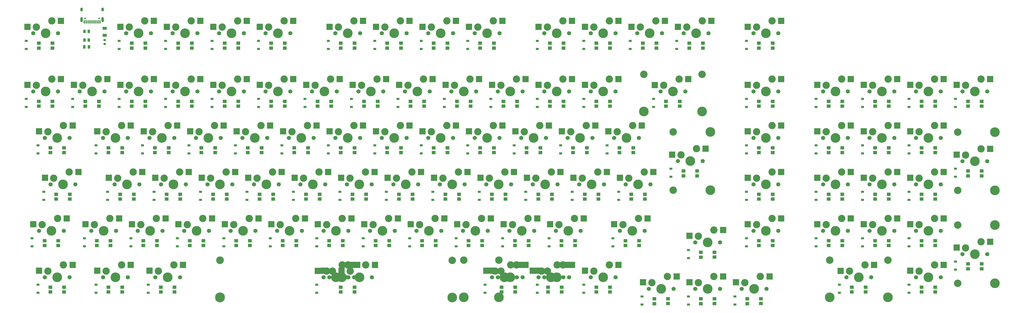
<source format=gbr>
%TF.GenerationSoftware,KiCad,Pcbnew,(6.0.4)*%
%TF.CreationDate,2022-04-19T22:35:02+02:00*%
%TF.ProjectId,pcb,7063622e-6b69-4636-9164-5f7063625858,rev?*%
%TF.SameCoordinates,Original*%
%TF.FileFunction,Soldermask,Bot*%
%TF.FilePolarity,Negative*%
%FSLAX46Y46*%
G04 Gerber Fmt 4.6, Leading zero omitted, Abs format (unit mm)*
G04 Created by KiCad (PCBNEW (6.0.4)) date 2022-04-19 22:35:02*
%MOMM*%
%LPD*%
G01*
G04 APERTURE LIST*
G04 Aperture macros list*
%AMRoundRect*
0 Rectangle with rounded corners*
0 $1 Rounding radius*
0 $2 $3 $4 $5 $6 $7 $8 $9 X,Y pos of 4 corners*
0 Add a 4 corners polygon primitive as box body*
4,1,4,$2,$3,$4,$5,$6,$7,$8,$9,$2,$3,0*
0 Add four circle primitives for the rounded corners*
1,1,$1+$1,$2,$3*
1,1,$1+$1,$4,$5*
1,1,$1+$1,$6,$7*
1,1,$1+$1,$8,$9*
0 Add four rect primitives between the rounded corners*
20,1,$1+$1,$2,$3,$4,$5,0*
20,1,$1+$1,$4,$5,$6,$7,0*
20,1,$1+$1,$6,$7,$8,$9,0*
20,1,$1+$1,$8,$9,$2,$3,0*%
G04 Aperture macros list end*
%ADD10C,3.000000*%
%ADD11C,1.701800*%
%ADD12C,3.987800*%
%ADD13C,0.600000*%
%ADD14R,2.550000X2.500000*%
%ADD15R,1.600000X1.400000*%
%ADD16R,1.600000X1.420000*%
%ADD17R,1.600000X1.380000*%
%ADD18C,3.048000*%
%ADD19R,1.200000X0.900000*%
%ADD20RoundRect,0.250000X0.625000X-0.375000X0.625000X0.375000X-0.625000X0.375000X-0.625000X-0.375000X0*%
%ADD21RoundRect,0.250000X-0.262500X-0.450000X0.262500X-0.450000X0.262500X0.450000X-0.262500X0.450000X0*%
%ADD22RoundRect,0.250000X0.250000X0.475000X-0.250000X0.475000X-0.250000X-0.475000X0.250000X-0.475000X0*%
%ADD23C,0.650000*%
%ADD24R,0.600000X1.450000*%
%ADD25R,0.300000X1.450000*%
%ADD26O,1.000000X1.600000*%
%ADD27O,1.000000X2.100000*%
%ADD28RoundRect,0.170000X0.330000X-0.255000X0.330000X0.255000X-0.330000X0.255000X-0.330000X-0.255000X0*%
G04 APERTURE END LIST*
D10*
%TO.C,MX20*%
X163671250Y-214947500D03*
D11*
X162401250Y-217487500D03*
D10*
X170021250Y-212407500D03*
D12*
X167481250Y-217487500D03*
D11*
X172561250Y-217487500D03*
D13*
X174731250Y-211512500D03*
D14*
X173771250Y-212407500D03*
D13*
X172831250Y-212412500D03*
X174731250Y-212412500D03*
X172831250Y-211512500D03*
X172831250Y-213312500D03*
X174731250Y-213312500D03*
X160881250Y-215812500D03*
X160881250Y-214012500D03*
X159101250Y-214792500D03*
X160881250Y-214912500D03*
D14*
X160041250Y-214827500D03*
D13*
X159101250Y-213892500D03*
X159101250Y-215692500D03*
%TD*%
D15*
%TO.C,D105*%
X105987500Y-261647500D03*
D16*
X105987500Y-259657500D03*
D15*
X100387500Y-259657500D03*
D17*
X100387500Y-261657500D03*
%TD*%
D15*
%TO.C,D173*%
X360781250Y-204497500D03*
D16*
X360781250Y-202507500D03*
D15*
X355181250Y-202507500D03*
D17*
X355181250Y-204507500D03*
%TD*%
D15*
%TO.C,D144*%
X265531250Y-180685000D03*
D16*
X265531250Y-178695000D03*
D15*
X259931250Y-178695000D03*
D17*
X259931250Y-180695000D03*
%TD*%
D12*
%TO.C,MX91*%
X443706250Y-236537500D03*
D10*
X439896250Y-233997500D03*
D11*
X438626250Y-236537500D03*
X448786250Y-236537500D03*
D10*
X446246250Y-231457500D03*
D14*
X449996250Y-231457500D03*
D13*
X449056250Y-232362500D03*
X450956250Y-232362500D03*
X449056250Y-231462500D03*
X449056250Y-230562500D03*
X450956250Y-231462500D03*
X450956250Y-230562500D03*
D14*
X436266250Y-233877500D03*
D13*
X437106250Y-234862500D03*
X435326250Y-234742500D03*
X437106250Y-233062500D03*
X437106250Y-233962500D03*
X435326250Y-233842500D03*
X435326250Y-232942500D03*
%TD*%
D11*
%TO.C,MX11*%
X134461250Y-274637500D03*
D10*
X125571250Y-272097500D03*
D11*
X124301250Y-274637500D03*
D12*
X129381250Y-274637500D03*
D10*
X131921250Y-269557500D03*
D13*
X134731250Y-268662500D03*
X134731250Y-269562500D03*
X136631250Y-268662500D03*
D14*
X135671250Y-269557500D03*
D13*
X136631250Y-269562500D03*
X134731250Y-270462500D03*
X136631250Y-270462500D03*
X122781250Y-271162500D03*
X121001250Y-271942500D03*
X122781250Y-272062500D03*
X121001250Y-272842500D03*
D14*
X121941250Y-271977500D03*
D13*
X121001250Y-271042500D03*
X122781250Y-272962500D03*
%TD*%
D12*
%TO.C,MX89*%
X443706250Y-198437500D03*
D10*
X439896250Y-195897500D03*
D11*
X438626250Y-198437500D03*
D10*
X446246250Y-193357500D03*
D11*
X448786250Y-198437500D03*
D13*
X449056250Y-193362500D03*
X449056250Y-194262500D03*
X450956250Y-193362500D03*
D14*
X449996250Y-193357500D03*
D13*
X450956250Y-194262500D03*
X450956250Y-192462500D03*
X449056250Y-192462500D03*
X437106250Y-194962500D03*
D14*
X436266250Y-195777500D03*
D13*
X437106250Y-196762500D03*
X437106250Y-195862500D03*
X435326250Y-196642500D03*
X435326250Y-195742500D03*
X435326250Y-194842500D03*
%TD*%
D15*
%TO.C,D138*%
X227431250Y-280697500D03*
D16*
X227431250Y-278707500D03*
D15*
X221831250Y-278707500D03*
D17*
X221831250Y-280707500D03*
%TD*%
D15*
%TO.C,D176*%
X375068750Y-266410000D03*
D16*
X375068750Y-264420000D03*
D15*
X369468750Y-264420000D03*
D17*
X369468750Y-266420000D03*
%TD*%
D10*
%TO.C,MX34*%
X211296250Y-195897500D03*
X217646250Y-193357500D03*
D11*
X220186250Y-198437500D03*
X210026250Y-198437500D03*
D12*
X215106250Y-198437500D03*
D13*
X220456250Y-193362500D03*
X220456250Y-194262500D03*
X220456250Y-192462500D03*
X222356250Y-193362500D03*
X222356250Y-194262500D03*
X222356250Y-192462500D03*
D14*
X221396250Y-193357500D03*
D13*
X208506250Y-195862500D03*
D14*
X207666250Y-195777500D03*
D13*
X206726250Y-194842500D03*
X206726250Y-195742500D03*
X208506250Y-196762500D03*
X208506250Y-194962500D03*
X206726250Y-196642500D03*
%TD*%
D15*
%TO.C,D155*%
X294106250Y-204497500D03*
D16*
X294106250Y-202507500D03*
D15*
X288506250Y-202507500D03*
D17*
X288506250Y-204507500D03*
%TD*%
D15*
%TO.C,D158*%
X298868750Y-261647500D03*
D16*
X298868750Y-259657500D03*
D15*
X293268750Y-259657500D03*
D17*
X293268750Y-261657500D03*
%TD*%
D12*
%TO.C,MX46*%
X262731250Y-217487500D03*
D10*
X265271250Y-212407500D03*
D11*
X267811250Y-217487500D03*
X257651250Y-217487500D03*
D10*
X258921250Y-214947500D03*
D13*
X268081250Y-211512500D03*
X269981250Y-212412500D03*
X269981250Y-213312500D03*
X268081250Y-212412500D03*
X269981250Y-211512500D03*
X268081250Y-213312500D03*
D14*
X269021250Y-212407500D03*
D13*
X254351250Y-213892500D03*
D14*
X255291250Y-214827500D03*
D13*
X254351250Y-214792500D03*
X256131250Y-214912500D03*
X256131250Y-214012500D03*
X256131250Y-215812500D03*
X254351250Y-215692500D03*
%TD*%
D15*
%TO.C,D150*%
X275056250Y-204497500D03*
D16*
X275056250Y-202507500D03*
D15*
X269456250Y-202507500D03*
D17*
X269456250Y-204507500D03*
%TD*%
D10*
%TO.C,MX37*%
X216058750Y-253047500D03*
D11*
X224948750Y-255587500D03*
D10*
X222408750Y-250507500D03*
D11*
X214788750Y-255587500D03*
D12*
X219868750Y-255587500D03*
D13*
X227118750Y-251412500D03*
X227118750Y-250512500D03*
X227118750Y-249612500D03*
X225218750Y-249612500D03*
X225218750Y-251412500D03*
D14*
X226158750Y-250507500D03*
D13*
X225218750Y-250512500D03*
X211488750Y-252892500D03*
X211488750Y-253792500D03*
X211488750Y-251992500D03*
X213268750Y-252112500D03*
X213268750Y-253012500D03*
D14*
X212428750Y-252927500D03*
D13*
X213268750Y-253912500D03*
%TD*%
D15*
%TO.C,D165*%
X312362500Y-280697500D03*
D16*
X312362500Y-278707500D03*
D15*
X306762500Y-278707500D03*
D17*
X306762500Y-280707500D03*
%TD*%
D15*
%TO.C,D151*%
X284581250Y-223547500D03*
D16*
X284581250Y-221557500D03*
D15*
X278981250Y-221557500D03*
D17*
X278981250Y-223557500D03*
%TD*%
D12*
%TO.C,MX104*%
X307975000Y-274637500D03*
D10*
X304165000Y-272097500D03*
D11*
X313055000Y-274637500D03*
D10*
X310515000Y-269557500D03*
D11*
X302895000Y-274637500D03*
D13*
X315225000Y-269562500D03*
X313325000Y-268662500D03*
X315225000Y-270462500D03*
X313325000Y-269562500D03*
D14*
X314265000Y-269557500D03*
D13*
X315225000Y-268662500D03*
X313325000Y-270462500D03*
D14*
X300535000Y-271977500D03*
D13*
X299595000Y-272842500D03*
X301375000Y-272062500D03*
X299595000Y-271942500D03*
X301375000Y-271162500D03*
X301375000Y-272962500D03*
X299595000Y-271042500D03*
%TD*%
D11*
%TO.C,MX70*%
X336232500Y-255587500D03*
D12*
X341312500Y-255587500D03*
D10*
X337502500Y-253047500D03*
X343852500Y-250507500D03*
D11*
X346392500Y-255587500D03*
D13*
X348562500Y-249612500D03*
X348562500Y-250512500D03*
X346662500Y-249612500D03*
D14*
X347602500Y-250507500D03*
D13*
X346662500Y-250512500D03*
X346662500Y-251412500D03*
X348562500Y-251412500D03*
X334712500Y-252112500D03*
X332932500Y-253792500D03*
D14*
X333872500Y-252927500D03*
D13*
X332932500Y-252892500D03*
X334712500Y-253012500D03*
X332932500Y-251992500D03*
X334712500Y-253912500D03*
%TD*%
D15*
%TO.C,D152*%
X289343750Y-242597500D03*
D16*
X289343750Y-240607500D03*
D15*
X283743750Y-240607500D03*
D17*
X283743750Y-242607500D03*
%TD*%
D15*
%TO.C,D116*%
X146468750Y-261647500D03*
D16*
X146468750Y-259657500D03*
D15*
X140868750Y-259657500D03*
D17*
X140868750Y-261657500D03*
%TD*%
D15*
%TO.C,D124*%
X179806250Y-204497500D03*
D16*
X179806250Y-202507500D03*
D15*
X174206250Y-202507500D03*
D17*
X174206250Y-204507500D03*
%TD*%
D15*
%TO.C,D139*%
X246481250Y-180685000D03*
D16*
X246481250Y-178695000D03*
D15*
X240881250Y-178695000D03*
D17*
X240881250Y-180695000D03*
%TD*%
D15*
%TO.C,D186*%
X427456250Y-242597500D03*
D16*
X427456250Y-240607500D03*
D15*
X421856250Y-240607500D03*
D17*
X421856250Y-242607500D03*
%TD*%
D15*
%TO.C,D200*%
X484606250Y-271172500D03*
D16*
X484606250Y-269182500D03*
D15*
X479006250Y-269182500D03*
D17*
X479006250Y-271182500D03*
%TD*%
D10*
%TO.C,MX18*%
X160496250Y-169545000D03*
D11*
X163036250Y-174625000D03*
D12*
X157956250Y-174625000D03*
D10*
X154146250Y-172085000D03*
D11*
X152876250Y-174625000D03*
D13*
X163306250Y-170450000D03*
X163306250Y-169550000D03*
X165206250Y-170450000D03*
X165206250Y-169550000D03*
X165206250Y-168650000D03*
X163306250Y-168650000D03*
D14*
X164246250Y-169545000D03*
D13*
X151356250Y-171150000D03*
D14*
X150516250Y-171965000D03*
D13*
X149576250Y-171030000D03*
X151356250Y-172050000D03*
X149576250Y-171930000D03*
X151356250Y-172950000D03*
X149576250Y-172830000D03*
%TD*%
D15*
%TO.C,D120*%
X170281250Y-223547500D03*
D16*
X170281250Y-221557500D03*
D15*
X164681250Y-221557500D03*
D17*
X164681250Y-223557500D03*
%TD*%
D15*
%TO.C,D196*%
X465556250Y-242597500D03*
D16*
X465556250Y-240607500D03*
D15*
X459956250Y-240607500D03*
D17*
X459956250Y-242607500D03*
%TD*%
D11*
%TO.C,MX55*%
X286226250Y-198437500D03*
D12*
X291306250Y-198437500D03*
D11*
X296386250Y-198437500D03*
D10*
X287496250Y-195897500D03*
X293846250Y-193357500D03*
D13*
X298556250Y-192462500D03*
X296656250Y-193362500D03*
D14*
X297596250Y-193357500D03*
D13*
X296656250Y-192462500D03*
X296656250Y-194262500D03*
X298556250Y-193362500D03*
X298556250Y-194262500D03*
D14*
X283866250Y-195777500D03*
D13*
X284706250Y-196762500D03*
X282926250Y-195742500D03*
X284706250Y-195862500D03*
X282926250Y-196642500D03*
X284706250Y-194962500D03*
X282926250Y-194842500D03*
%TD*%
D10*
%TO.C,MX13*%
X135096250Y-195897500D03*
D11*
X133826250Y-198437500D03*
X143986250Y-198437500D03*
D10*
X141446250Y-193357500D03*
D12*
X138906250Y-198437500D03*
D13*
X146156250Y-193362500D03*
X146156250Y-194262500D03*
D14*
X145196250Y-193357500D03*
D13*
X146156250Y-192462500D03*
X144256250Y-193362500D03*
X144256250Y-192462500D03*
X144256250Y-194262500D03*
X132306250Y-196762500D03*
X130526250Y-194842500D03*
X132306250Y-195862500D03*
X130526250Y-196642500D03*
X132306250Y-194962500D03*
X130526250Y-195742500D03*
D14*
X131466250Y-195777500D03*
%TD*%
D15*
%TO.C,D149*%
X284581250Y-180685000D03*
D16*
X284581250Y-178695000D03*
D15*
X278981250Y-178695000D03*
D17*
X278981250Y-180695000D03*
%TD*%
D11*
%TO.C,MX45*%
X248126250Y-198437500D03*
D10*
X255746250Y-193357500D03*
X249396250Y-195897500D03*
D11*
X258286250Y-198437500D03*
D12*
X253206250Y-198437500D03*
D14*
X259496250Y-193357500D03*
D13*
X260456250Y-193362500D03*
X260456250Y-194262500D03*
X258556250Y-192462500D03*
X258556250Y-194262500D03*
X258556250Y-193362500D03*
X260456250Y-192462500D03*
X244826250Y-195742500D03*
D14*
X245766250Y-195777500D03*
D13*
X246606250Y-194962500D03*
X246606250Y-196762500D03*
X246606250Y-195862500D03*
X244826250Y-194842500D03*
X244826250Y-196642500D03*
%TD*%
D10*
%TO.C,MX75*%
X355758750Y-274320000D03*
D11*
X348138750Y-279400000D03*
D12*
X353218750Y-279400000D03*
D11*
X358298750Y-279400000D03*
D10*
X349408750Y-276860000D03*
D13*
X358568750Y-274325000D03*
X360468750Y-275225000D03*
X358568750Y-275225000D03*
X358568750Y-273425000D03*
X360468750Y-274325000D03*
D14*
X359508750Y-274320000D03*
D13*
X360468750Y-273425000D03*
X344838750Y-277605000D03*
X346618750Y-277725000D03*
X344838750Y-276705000D03*
X346618750Y-276825000D03*
X344838750Y-275805000D03*
X346618750Y-275925000D03*
D14*
X345778750Y-276740000D03*
%TD*%
D15*
%TO.C,D131*%
X213143750Y-242597500D03*
D16*
X213143750Y-240607500D03*
D15*
X207543750Y-240607500D03*
D17*
X207543750Y-242607500D03*
%TD*%
D15*
%TO.C,D188*%
X436981250Y-280697500D03*
D16*
X436981250Y-278707500D03*
D15*
X431381250Y-278707500D03*
D17*
X431381250Y-280707500D03*
%TD*%
D11*
%TO.C,MX40*%
X229076250Y-198437500D03*
D10*
X236696250Y-193357500D03*
D11*
X239236250Y-198437500D03*
D12*
X234156250Y-198437500D03*
D10*
X230346250Y-195897500D03*
D13*
X241406250Y-194262500D03*
X239506250Y-194262500D03*
X239506250Y-192462500D03*
X239506250Y-193362500D03*
X241406250Y-192462500D03*
D14*
X240446250Y-193357500D03*
D13*
X241406250Y-193362500D03*
X225776250Y-194842500D03*
X227556250Y-195862500D03*
X225776250Y-196642500D03*
X225776250Y-195742500D03*
D14*
X226716250Y-195777500D03*
D13*
X227556250Y-196762500D03*
X227556250Y-194962500D03*
%TD*%
D11*
%TO.C,MX44*%
X267811250Y-174625000D03*
D10*
X258921250Y-172085000D03*
X265271250Y-169545000D03*
D12*
X262731250Y-174625000D03*
D11*
X257651250Y-174625000D03*
D13*
X269981250Y-170450000D03*
X268081250Y-169550000D03*
X268081250Y-170450000D03*
X268081250Y-168650000D03*
X269981250Y-169550000D03*
X269981250Y-168650000D03*
D14*
X269021250Y-169545000D03*
D13*
X256131250Y-172050000D03*
X254351250Y-171030000D03*
X256131250Y-171150000D03*
X256131250Y-172950000D03*
X254351250Y-171930000D03*
X254351250Y-172830000D03*
D14*
X255291250Y-171965000D03*
%TD*%
D15*
%TO.C,D164*%
X317918750Y-261647500D03*
D16*
X317918750Y-259657500D03*
D15*
X312318750Y-259657500D03*
D17*
X312318750Y-261657500D03*
%TD*%
D15*
%TO.C,D166*%
X351256250Y-180685000D03*
D16*
X351256250Y-178695000D03*
D15*
X345656250Y-178695000D03*
D17*
X345656250Y-180695000D03*
%TD*%
D12*
%TO.C,MX67*%
X329406250Y-198437500D03*
D11*
X334486250Y-198437500D03*
X324326250Y-198437500D03*
D10*
X331946250Y-193357500D03*
X325596250Y-195897500D03*
D13*
X336656250Y-193362500D03*
X336656250Y-194262500D03*
D14*
X335696250Y-193357500D03*
D13*
X334756250Y-192462500D03*
X334756250Y-193362500D03*
X334756250Y-194262500D03*
X336656250Y-192462500D03*
X321026250Y-196642500D03*
D14*
X321966250Y-195777500D03*
D13*
X321026250Y-194842500D03*
X322806250Y-195862500D03*
X322806250Y-194962500D03*
X321026250Y-195742500D03*
X322806250Y-196762500D03*
%TD*%
D15*
%TO.C,D192*%
X446506250Y-261647500D03*
D16*
X446506250Y-259657500D03*
D15*
X440906250Y-259657500D03*
D17*
X440906250Y-261657500D03*
%TD*%
D15*
%TO.C,D123*%
X179806250Y-180685000D03*
D16*
X179806250Y-178695000D03*
D15*
X174206250Y-178695000D03*
D17*
X174206250Y-180695000D03*
%TD*%
D15*
%TO.C,D171*%
X332206250Y-280697500D03*
D16*
X332206250Y-278707500D03*
D15*
X326606250Y-278707500D03*
D17*
X326606250Y-280707500D03*
%TD*%
D15*
%TO.C,D117*%
X153612500Y-280697500D03*
D16*
X153612500Y-278707500D03*
D15*
X148012500Y-278707500D03*
D17*
X148012500Y-280707500D03*
%TD*%
D11*
%TO.C,MX48*%
X263048750Y-255587500D03*
D12*
X257968750Y-255587500D03*
D10*
X260508750Y-250507500D03*
X254158750Y-253047500D03*
D11*
X252888750Y-255587500D03*
D14*
X264258750Y-250507500D03*
D13*
X265218750Y-251412500D03*
X265218750Y-249612500D03*
X265218750Y-250512500D03*
X263318750Y-250512500D03*
X263318750Y-249612500D03*
X263318750Y-251412500D03*
X249588750Y-252892500D03*
X251368750Y-253012500D03*
D14*
X250528750Y-252927500D03*
D13*
X249588750Y-251992500D03*
X251368750Y-253912500D03*
X251368750Y-252112500D03*
X249588750Y-253792500D03*
%TD*%
D15*
%TO.C,D108*%
X132181250Y-223547500D03*
D16*
X132181250Y-221557500D03*
D15*
X126581250Y-221557500D03*
D17*
X126581250Y-223557500D03*
%TD*%
D15*
%TO.C,D174*%
X367925000Y-233072500D03*
D16*
X367925000Y-231082500D03*
D15*
X362325000Y-231082500D03*
D17*
X362325000Y-233082500D03*
%TD*%
D10*
%TO.C,MX92*%
X446246250Y-250507500D03*
D11*
X448786250Y-255587500D03*
D12*
X443706250Y-255587500D03*
D11*
X438626250Y-255587500D03*
D10*
X439896250Y-253047500D03*
D13*
X450956250Y-251412500D03*
X449056250Y-250512500D03*
X450956250Y-250512500D03*
X449056250Y-249612500D03*
X450956250Y-249612500D03*
X449056250Y-251412500D03*
D14*
X449996250Y-250507500D03*
X436266250Y-252927500D03*
D13*
X435326250Y-252892500D03*
X437106250Y-253012500D03*
X435326250Y-251992500D03*
X435326250Y-253792500D03*
X437106250Y-253912500D03*
X437106250Y-252112500D03*
%TD*%
D15*
%TO.C,D157*%
X308393750Y-242597500D03*
D16*
X308393750Y-240607500D03*
D15*
X302793750Y-240607500D03*
D17*
X302793750Y-242607500D03*
%TD*%
D10*
%TO.C,MX68*%
X335121250Y-214947500D03*
D12*
X338931250Y-217487500D03*
D11*
X344011250Y-217487500D03*
X333851250Y-217487500D03*
D10*
X341471250Y-212407500D03*
D13*
X346181250Y-212412500D03*
X344281250Y-211512500D03*
X346181250Y-211512500D03*
X346181250Y-213312500D03*
X344281250Y-212412500D03*
X344281250Y-213312500D03*
D14*
X345221250Y-212407500D03*
D13*
X330551250Y-215692500D03*
X330551250Y-214792500D03*
X332331250Y-214912500D03*
X330551250Y-213892500D03*
D14*
X331491250Y-214827500D03*
D13*
X332331250Y-215812500D03*
X332331250Y-214012500D03*
%TD*%
D12*
%TO.C,MX81*%
X396081250Y-217487500D03*
D11*
X391001250Y-217487500D03*
X401161250Y-217487500D03*
D10*
X392271250Y-214947500D03*
X398621250Y-212407500D03*
D13*
X401431250Y-213312500D03*
X403331250Y-213312500D03*
X401431250Y-212412500D03*
X401431250Y-211512500D03*
X403331250Y-211512500D03*
X403331250Y-212412500D03*
D14*
X402371250Y-212407500D03*
D13*
X389481250Y-214012500D03*
D14*
X388641250Y-214827500D03*
D13*
X387701250Y-215692500D03*
X389481250Y-214912500D03*
X387701250Y-214792500D03*
X387701250Y-213892500D03*
X389481250Y-215812500D03*
%TD*%
D11*
%TO.C,MX98*%
X476726250Y-198437500D03*
D12*
X481806250Y-198437500D03*
D10*
X484346250Y-193357500D03*
X477996250Y-195897500D03*
D11*
X486886250Y-198437500D03*
D13*
X487156250Y-192462500D03*
D14*
X488096250Y-193357500D03*
D13*
X489056250Y-192462500D03*
X489056250Y-193362500D03*
X489056250Y-194262500D03*
X487156250Y-194262500D03*
X487156250Y-193362500D03*
X473426250Y-194842500D03*
X475206250Y-195862500D03*
D14*
X474366250Y-195777500D03*
D13*
X475206250Y-194962500D03*
X473426250Y-196642500D03*
X473426250Y-195742500D03*
X475206250Y-196762500D03*
%TD*%
D10*
%TO.C,MX21*%
X174783750Y-231457500D03*
D11*
X177323750Y-236537500D03*
D12*
X172243750Y-236537500D03*
D10*
X168433750Y-233997500D03*
D11*
X167163750Y-236537500D03*
D13*
X177593750Y-231462500D03*
X177593750Y-232362500D03*
X177593750Y-230562500D03*
X179493750Y-232362500D03*
X179493750Y-231462500D03*
D14*
X178533750Y-231457500D03*
D13*
X179493750Y-230562500D03*
X165643750Y-233062500D03*
X165643750Y-233962500D03*
X163863750Y-233842500D03*
X165643750Y-234862500D03*
X163863750Y-232942500D03*
D14*
X164803750Y-233877500D03*
D13*
X163863750Y-234742500D03*
%TD*%
D15*
%TO.C,D154*%
X313156250Y-180685000D03*
D16*
X313156250Y-178695000D03*
D15*
X307556250Y-178695000D03*
D17*
X307556250Y-180695000D03*
%TD*%
D10*
%TO.C,MX62*%
X322421250Y-212407500D03*
D12*
X319881250Y-217487500D03*
D11*
X314801250Y-217487500D03*
X324961250Y-217487500D03*
D10*
X316071250Y-214947500D03*
D13*
X325231250Y-211512500D03*
X327131250Y-213312500D03*
X327131250Y-212412500D03*
X327131250Y-211512500D03*
X325231250Y-213312500D03*
D14*
X326171250Y-212407500D03*
D13*
X325231250Y-212412500D03*
X311501250Y-214792500D03*
X313281250Y-214912500D03*
D14*
X312441250Y-214827500D03*
D13*
X311501250Y-213892500D03*
X313281250Y-215812500D03*
X311501250Y-215692500D03*
X313281250Y-214012500D03*
%TD*%
D15*
%TO.C,D121*%
X175043750Y-242597500D03*
D16*
X175043750Y-240607500D03*
D15*
X169443750Y-240607500D03*
D17*
X169443750Y-242607500D03*
%TD*%
D12*
%TO.C,MX31*%
X210343750Y-236537500D03*
D10*
X206533750Y-233997500D03*
D11*
X215423750Y-236537500D03*
X205263750Y-236537500D03*
D10*
X212883750Y-231457500D03*
D13*
X215693750Y-230562500D03*
X217593750Y-232362500D03*
X215693750Y-232362500D03*
X215693750Y-231462500D03*
D14*
X216633750Y-231457500D03*
D13*
X217593750Y-231462500D03*
X217593750Y-230562500D03*
X201963750Y-232942500D03*
X203743750Y-233062500D03*
X203743750Y-233962500D03*
D14*
X202903750Y-233877500D03*
D13*
X201963750Y-233842500D03*
X201963750Y-234742500D03*
X203743750Y-234862500D03*
%TD*%
D15*
%TO.C,D111*%
X132181250Y-280697500D03*
D16*
X132181250Y-278707500D03*
D15*
X126581250Y-278707500D03*
D17*
X126581250Y-280707500D03*
%TD*%
D15*
%TO.C,D132*%
X203618750Y-261647500D03*
D16*
X203618750Y-259657500D03*
D15*
X198018750Y-259657500D03*
D17*
X198018750Y-261657500D03*
%TD*%
D12*
%TO.C,MX69*%
X343693750Y-236537500D03*
D10*
X346233750Y-231457500D03*
X339883750Y-233997500D03*
D11*
X338613750Y-236537500D03*
X348773750Y-236537500D03*
D13*
X350943750Y-232362500D03*
X350943750Y-230562500D03*
X349043750Y-232362500D03*
X349043750Y-230562500D03*
D14*
X349983750Y-231457500D03*
D13*
X350943750Y-231462500D03*
X349043750Y-231462500D03*
X337093750Y-234862500D03*
X337093750Y-233962500D03*
D14*
X336253750Y-233877500D03*
D13*
X337093750Y-233062500D03*
X335313750Y-232942500D03*
X335313750Y-233842500D03*
X335313750Y-234742500D03*
%TD*%
D15*
%TO.C,D101*%
X103606250Y-180685000D03*
D16*
X103606250Y-178695000D03*
D15*
X98006250Y-178695000D03*
D17*
X98006250Y-180695000D03*
%TD*%
D12*
%TO.C,MX100*%
X489995111Y-277116639D03*
X481806250Y-265178639D03*
D18*
X474755111Y-277116639D03*
D10*
X477996250Y-262638639D03*
D18*
X474755111Y-253240639D03*
D10*
X484346250Y-260098639D03*
D12*
X489995111Y-253240639D03*
D11*
X476726250Y-265178639D03*
X486886250Y-265178639D03*
D13*
X487156250Y-261003639D03*
X489056250Y-259203639D03*
X487156250Y-259203639D03*
X489056250Y-260103639D03*
D14*
X488096250Y-260098639D03*
D13*
X487156250Y-260103639D03*
X489056250Y-261003639D03*
X475206250Y-263503639D03*
D14*
X474366250Y-262518639D03*
D13*
X473426250Y-261583639D03*
X473426250Y-262483639D03*
X475206250Y-261703639D03*
X475206250Y-262603639D03*
X473426250Y-263383639D03*
%TD*%
D15*
%TO.C,D167*%
X332206250Y-204497500D03*
D16*
X332206250Y-202507500D03*
D15*
X326606250Y-202507500D03*
D17*
X326606250Y-204507500D03*
%TD*%
D15*
%TO.C,D118*%
X160756250Y-180685000D03*
D16*
X160756250Y-178695000D03*
D15*
X155156250Y-178695000D03*
D17*
X155156250Y-180695000D03*
%TD*%
D10*
%TO.C,MX33*%
X220821250Y-172085000D03*
D11*
X229711250Y-174625000D03*
D10*
X227171250Y-169545000D03*
D12*
X224631250Y-174625000D03*
D11*
X219551250Y-174625000D03*
D13*
X229981250Y-169550000D03*
X231881250Y-169550000D03*
X229981250Y-170450000D03*
X231881250Y-168650000D03*
X229981250Y-168650000D03*
D14*
X230921250Y-169545000D03*
D13*
X231881250Y-170450000D03*
X218031250Y-172050000D03*
X218031250Y-171150000D03*
X218031250Y-172950000D03*
X216251250Y-171030000D03*
X216251250Y-172830000D03*
D14*
X217191250Y-171965000D03*
D13*
X216251250Y-171930000D03*
%TD*%
D10*
%TO.C,MX23*%
X173196250Y-172085000D03*
D11*
X171926250Y-174625000D03*
X182086250Y-174625000D03*
D10*
X179546250Y-169545000D03*
D12*
X177006250Y-174625000D03*
D13*
X184256250Y-170450000D03*
X182356250Y-169550000D03*
D14*
X183296250Y-169545000D03*
D13*
X182356250Y-170450000D03*
X184256250Y-168650000D03*
X184256250Y-169550000D03*
X182356250Y-168650000D03*
X168626250Y-171030000D03*
X170406250Y-171150000D03*
X168626250Y-172830000D03*
X168626250Y-171930000D03*
X170406250Y-172050000D03*
D14*
X169566250Y-171965000D03*
D13*
X170406250Y-172950000D03*
%TD*%
D11*
%TO.C,MX73*%
X352901250Y-198503639D03*
D12*
X346043250Y-206692500D03*
D18*
X346043250Y-191452500D03*
D11*
X363061250Y-198503639D03*
D10*
X354171250Y-195963639D03*
X360521250Y-193423639D03*
D12*
X369919250Y-206692500D03*
D18*
X369919250Y-191452500D03*
D12*
X357981250Y-198503639D03*
D13*
X363331250Y-192528639D03*
X365231250Y-193428639D03*
X365231250Y-192528639D03*
X365231250Y-194328639D03*
X363331250Y-193428639D03*
D14*
X364271250Y-193423639D03*
D13*
X363331250Y-194328639D03*
X351381250Y-195028639D03*
X351381250Y-195928639D03*
D14*
X350541250Y-195843639D03*
D13*
X349601250Y-195808639D03*
X349601250Y-194908639D03*
X351381250Y-196828639D03*
X349601250Y-196708639D03*
%TD*%
D12*
%TO.C,MX57*%
X305593750Y-236537500D03*
D10*
X308133750Y-231457500D03*
D11*
X310673750Y-236537500D03*
D10*
X301783750Y-233997500D03*
D11*
X300513750Y-236537500D03*
D13*
X312843750Y-230562500D03*
X312843750Y-232362500D03*
X310943750Y-232362500D03*
X312843750Y-231462500D03*
D14*
X311883750Y-231457500D03*
D13*
X310943750Y-231462500D03*
X310943750Y-230562500D03*
D14*
X298153750Y-233877500D03*
D13*
X298993750Y-233962500D03*
X297213750Y-234742500D03*
X298993750Y-233062500D03*
X298993750Y-234862500D03*
X297213750Y-233842500D03*
X297213750Y-232942500D03*
%TD*%
D11*
%TO.C,MX41*%
X248761250Y-217487500D03*
D12*
X243681250Y-217487500D03*
D10*
X239871250Y-214947500D03*
X246221250Y-212407500D03*
D11*
X238601250Y-217487500D03*
D13*
X250931250Y-212412500D03*
X250931250Y-211512500D03*
X249031250Y-213312500D03*
D14*
X249971250Y-212407500D03*
D13*
X249031250Y-212412500D03*
X249031250Y-211512500D03*
X250931250Y-213312500D03*
X235301250Y-213892500D03*
X237081250Y-214912500D03*
X235301250Y-215692500D03*
D14*
X236241250Y-214827500D03*
D13*
X237081250Y-215812500D03*
X235301250Y-214792500D03*
X237081250Y-214012500D03*
%TD*%
D11*
%TO.C,MX43*%
X233838750Y-255587500D03*
D10*
X241458750Y-250507500D03*
X235108750Y-253047500D03*
D11*
X243998750Y-255587500D03*
D12*
X238918750Y-255587500D03*
D13*
X246168750Y-250512500D03*
X246168750Y-249612500D03*
X244268750Y-249612500D03*
X246168750Y-251412500D03*
X244268750Y-250512500D03*
X244268750Y-251412500D03*
D14*
X245208750Y-250507500D03*
D13*
X232318750Y-253912500D03*
X232318750Y-252112500D03*
X230538750Y-251992500D03*
X230538750Y-253792500D03*
D14*
X231478750Y-252927500D03*
D13*
X232318750Y-253012500D03*
X230538750Y-252892500D03*
%TD*%
D15*
%TO.C,D183*%
X398881250Y-261647500D03*
D16*
X398881250Y-259657500D03*
D15*
X393281250Y-259657500D03*
D17*
X393281250Y-261657500D03*
%TD*%
D15*
%TO.C,D185*%
X427456250Y-223547500D03*
D16*
X427456250Y-221557500D03*
D15*
X421856250Y-221557500D03*
D17*
X421856250Y-223557500D03*
%TD*%
D15*
%TO.C,D194*%
X465556250Y-204497500D03*
D16*
X465556250Y-202507500D03*
D15*
X459956250Y-202507500D03*
D17*
X459956250Y-204507500D03*
%TD*%
D15*
%TO.C,D106*%
X108368750Y-280697500D03*
D16*
X108368750Y-278707500D03*
D15*
X102768750Y-278707500D03*
D17*
X102768750Y-280707500D03*
%TD*%
D15*
%TO.C,D112*%
X141706250Y-180685000D03*
D16*
X141706250Y-178695000D03*
D15*
X136106250Y-178695000D03*
D17*
X136106250Y-180695000D03*
%TD*%
D12*
%TO.C,MX74*%
X365125000Y-227012500D03*
X373380000Y-215074500D03*
D18*
X358140000Y-215074500D03*
D10*
X361315000Y-224472500D03*
D11*
X360045000Y-227012500D03*
D12*
X373380000Y-238950500D03*
D11*
X370205000Y-227012500D03*
D18*
X358140000Y-238950500D03*
D10*
X367665000Y-221932500D03*
D13*
X372375000Y-222837500D03*
X372375000Y-221037500D03*
X370475000Y-221037500D03*
X372375000Y-221937500D03*
D14*
X371415000Y-221932500D03*
D13*
X370475000Y-221937500D03*
X370475000Y-222837500D03*
X356745000Y-223417500D03*
X358525000Y-225337500D03*
X356745000Y-225217500D03*
X358525000Y-224437500D03*
X358525000Y-223537500D03*
X356745000Y-224317500D03*
D14*
X357685000Y-224352500D03*
%TD*%
D11*
%TO.C,MX76*%
X377348750Y-260350000D03*
D10*
X368458750Y-257810000D03*
D11*
X367188750Y-260350000D03*
D10*
X374808750Y-255270000D03*
D12*
X372268750Y-260350000D03*
D13*
X377618750Y-255275000D03*
X379518750Y-256175000D03*
X379518750Y-255275000D03*
X379518750Y-254375000D03*
D14*
X378558750Y-255270000D03*
D13*
X377618750Y-256175000D03*
X377618750Y-254375000D03*
X363888750Y-258555000D03*
D14*
X364828750Y-257690000D03*
D13*
X363888750Y-257655000D03*
X365668750Y-257775000D03*
X365668750Y-258675000D03*
X363888750Y-256755000D03*
X365668750Y-256875000D03*
%TD*%
D11*
%TO.C,MX96*%
X457676250Y-236537500D03*
X467836250Y-236537500D03*
D10*
X465296250Y-231457500D03*
X458946250Y-233997500D03*
D12*
X462756250Y-236537500D03*
D13*
X470006250Y-231462500D03*
X468106250Y-230562500D03*
X468106250Y-231462500D03*
X468106250Y-232362500D03*
D14*
X469046250Y-231457500D03*
D13*
X470006250Y-232362500D03*
X470006250Y-230562500D03*
X456156250Y-233062500D03*
X456156250Y-233962500D03*
X456156250Y-234862500D03*
X454376250Y-232942500D03*
D14*
X455316250Y-233877500D03*
D13*
X454376250Y-233842500D03*
X454376250Y-234742500D03*
%TD*%
D10*
%TO.C,MX9*%
X136683750Y-231457500D03*
D11*
X139223750Y-236537500D03*
D12*
X134143750Y-236537500D03*
D11*
X129063750Y-236537500D03*
D10*
X130333750Y-233997500D03*
D13*
X141393750Y-231462500D03*
X139493750Y-232362500D03*
X141393750Y-232362500D03*
D14*
X140433750Y-231457500D03*
D13*
X139493750Y-231462500D03*
X139493750Y-230562500D03*
X141393750Y-230562500D03*
X127543750Y-233062500D03*
X125763750Y-234742500D03*
D14*
X126703750Y-233877500D03*
D13*
X127543750Y-233962500D03*
X125763750Y-233842500D03*
X127543750Y-234862500D03*
X125763750Y-232942500D03*
%TD*%
D10*
%TO.C,MX27*%
X184308750Y-250507500D03*
D12*
X181768750Y-255587500D03*
D10*
X177958750Y-253047500D03*
D11*
X176688750Y-255587500D03*
X186848750Y-255587500D03*
D13*
X187118750Y-250512500D03*
X187118750Y-251412500D03*
X189018750Y-249612500D03*
D14*
X188058750Y-250507500D03*
D13*
X189018750Y-251412500D03*
X187118750Y-249612500D03*
X189018750Y-250512500D03*
X175168750Y-253012500D03*
D14*
X174328750Y-252927500D03*
D13*
X175168750Y-252112500D03*
X175168750Y-253912500D03*
X173388750Y-252892500D03*
X173388750Y-251992500D03*
X173388750Y-253792500D03*
%TD*%
D12*
%TO.C,MX22*%
X162718750Y-255587500D03*
D10*
X165258750Y-250507500D03*
X158908750Y-253047500D03*
D11*
X157638750Y-255587500D03*
X167798750Y-255587500D03*
D13*
X168068750Y-249612500D03*
X169968750Y-250512500D03*
D14*
X169008750Y-250507500D03*
D13*
X169968750Y-251412500D03*
X168068750Y-250512500D03*
X168068750Y-251412500D03*
X169968750Y-249612500D03*
D14*
X155278750Y-252927500D03*
D13*
X154338750Y-251992500D03*
X154338750Y-253792500D03*
X154338750Y-252892500D03*
X156118750Y-253912500D03*
X156118750Y-252112500D03*
X156118750Y-253012500D03*
%TD*%
D11*
%TO.C,MX60*%
X334486250Y-174625000D03*
D12*
X329406250Y-174625000D03*
D11*
X324326250Y-174625000D03*
D10*
X331946250Y-169545000D03*
X325596250Y-172085000D03*
D13*
X334756250Y-168650000D03*
X334756250Y-169550000D03*
X336656250Y-169550000D03*
X336656250Y-168650000D03*
X334756250Y-170450000D03*
X336656250Y-170450000D03*
D14*
X335696250Y-169545000D03*
D13*
X321026250Y-172830000D03*
X321026250Y-171030000D03*
X322806250Y-171150000D03*
X322806250Y-172050000D03*
X322806250Y-172950000D03*
X321026250Y-171930000D03*
D14*
X321966250Y-171965000D03*
%TD*%
D15*
%TO.C,D180*%
X398881250Y-204497500D03*
D16*
X398881250Y-202507500D03*
D15*
X393281250Y-202507500D03*
D17*
X393281250Y-204507500D03*
%TD*%
D15*
%TO.C,D170*%
X344112500Y-261647500D03*
D16*
X344112500Y-259657500D03*
D15*
X338512500Y-259657500D03*
D17*
X338512500Y-261657500D03*
%TD*%
D15*
%TO.C,D168*%
X341731250Y-223547500D03*
D16*
X341731250Y-221557500D03*
D15*
X336131250Y-221557500D03*
D17*
X336131250Y-223557500D03*
%TD*%
D10*
%TO.C,MX78*%
X387508750Y-276860000D03*
D11*
X396398750Y-279400000D03*
D12*
X391318750Y-279400000D03*
D11*
X386238750Y-279400000D03*
D10*
X393858750Y-274320000D03*
D14*
X397608750Y-274320000D03*
D13*
X396668750Y-274325000D03*
X398568750Y-273425000D03*
X398568750Y-275225000D03*
X398568750Y-274325000D03*
X396668750Y-273425000D03*
X396668750Y-275225000D03*
X384718750Y-276825000D03*
X382938750Y-275805000D03*
X382938750Y-277605000D03*
X384718750Y-275925000D03*
X382938750Y-276705000D03*
D14*
X383878750Y-276740000D03*
D13*
X384718750Y-277725000D03*
%TD*%
D11*
%TO.C,MX66*%
X343376250Y-174625000D03*
D10*
X350996250Y-169545000D03*
D12*
X348456250Y-174625000D03*
D10*
X344646250Y-172085000D03*
D11*
X353536250Y-174625000D03*
D13*
X355706250Y-169550000D03*
X353806250Y-168650000D03*
X355706250Y-170450000D03*
X353806250Y-170450000D03*
D14*
X354746250Y-169545000D03*
D13*
X353806250Y-169550000D03*
X355706250Y-168650000D03*
X341856250Y-171150000D03*
X341856250Y-172050000D03*
D14*
X341016250Y-171965000D03*
D13*
X341856250Y-172950000D03*
X340076250Y-171030000D03*
X340076250Y-172830000D03*
X340076250Y-171930000D03*
%TD*%
D15*
%TO.C,D172*%
X370306250Y-180685000D03*
D16*
X370306250Y-178695000D03*
D15*
X364706250Y-178695000D03*
D17*
X364706250Y-180695000D03*
%TD*%
D12*
%TO.C,MX97*%
X462756250Y-255587500D03*
D11*
X467836250Y-255587500D03*
D10*
X458946250Y-253047500D03*
X465296250Y-250507500D03*
D11*
X457676250Y-255587500D03*
D13*
X468106250Y-249612500D03*
X468106250Y-250512500D03*
X470006250Y-249612500D03*
X470006250Y-250512500D03*
X468106250Y-251412500D03*
D14*
X469046250Y-250507500D03*
D13*
X470006250Y-251412500D03*
X456156250Y-252112500D03*
X454376250Y-253792500D03*
X456156250Y-253912500D03*
X456156250Y-253012500D03*
X454376250Y-251992500D03*
D14*
X455316250Y-252927500D03*
D13*
X454376250Y-252892500D03*
%TD*%
D12*
%TO.C,MX71*%
X329406250Y-274637500D03*
D10*
X325596250Y-272097500D03*
D11*
X324326250Y-274637500D03*
X334486250Y-274637500D03*
D10*
X331946250Y-269557500D03*
D13*
X336656250Y-269562500D03*
X334756250Y-270462500D03*
X336656250Y-268662500D03*
D14*
X335696250Y-269557500D03*
D13*
X336656250Y-270462500D03*
X334756250Y-269562500D03*
X334756250Y-268662500D03*
X321026250Y-272842500D03*
X321026250Y-271942500D03*
X322806250Y-271162500D03*
X321026250Y-271042500D03*
X322806250Y-272062500D03*
D14*
X321966250Y-271977500D03*
D13*
X322806250Y-272962500D03*
%TD*%
D15*
%TO.C,D182*%
X398881250Y-242597500D03*
D16*
X398881250Y-240607500D03*
D15*
X393281250Y-240607500D03*
D17*
X393281250Y-242607500D03*
%TD*%
D12*
%TO.C,MX17*%
X150812500Y-274637500D03*
D10*
X153352500Y-269557500D03*
X147002500Y-272097500D03*
D11*
X155892500Y-274637500D03*
X145732500Y-274637500D03*
D13*
X158062500Y-269562500D03*
X158062500Y-270462500D03*
X158062500Y-268662500D03*
X156162500Y-270462500D03*
X156162500Y-268662500D03*
D14*
X157102500Y-269557500D03*
D13*
X156162500Y-269562500D03*
X142432500Y-271942500D03*
X144212500Y-271162500D03*
X144212500Y-272962500D03*
X142432500Y-272842500D03*
D14*
X143372500Y-271977500D03*
D13*
X144212500Y-272062500D03*
X142432500Y-271042500D03*
%TD*%
D15*
%TO.C,D136*%
X232193750Y-242597500D03*
D16*
X232193750Y-240607500D03*
D15*
X226593750Y-240607500D03*
D17*
X226593750Y-242607500D03*
%TD*%
D10*
%TO.C,MX28*%
X192246250Y-172085000D03*
D11*
X190976250Y-174625000D03*
D10*
X198596250Y-169545000D03*
D12*
X196056250Y-174625000D03*
D11*
X201136250Y-174625000D03*
D13*
X201406250Y-169550000D03*
X203306250Y-169550000D03*
X201406250Y-170450000D03*
X201406250Y-168650000D03*
D14*
X202346250Y-169545000D03*
D13*
X203306250Y-168650000D03*
X203306250Y-170450000D03*
X187676250Y-171930000D03*
D14*
X188616250Y-171965000D03*
D13*
X187676250Y-171030000D03*
X189456250Y-171150000D03*
X189456250Y-172950000D03*
X189456250Y-172050000D03*
X187676250Y-172830000D03*
%TD*%
D18*
%TO.C,MX102*%
X286687500Y-267652500D03*
D10*
X232077500Y-269557500D03*
D12*
X286687500Y-282892500D03*
D10*
X225727500Y-272097500D03*
D12*
X172387500Y-282892500D03*
D11*
X234617500Y-274637500D03*
D18*
X172387500Y-267652500D03*
D12*
X229537500Y-274637500D03*
D11*
X224457500Y-274637500D03*
D13*
X236787500Y-270462500D03*
X234887500Y-270462500D03*
D14*
X235827500Y-269557500D03*
D13*
X234887500Y-269562500D03*
X236787500Y-269562500D03*
X234887500Y-268662500D03*
X236787500Y-268662500D03*
X222937500Y-271162500D03*
X221157500Y-271942500D03*
D14*
X222097500Y-271977500D03*
D13*
X221157500Y-272842500D03*
X221157500Y-271042500D03*
X222937500Y-272062500D03*
X222937500Y-272962500D03*
%TD*%
D11*
%TO.C,MX77*%
X377348750Y-279400000D03*
D10*
X374808750Y-274320000D03*
D12*
X372268750Y-279400000D03*
D11*
X367188750Y-279400000D03*
D10*
X368458750Y-276860000D03*
D13*
X377618750Y-273425000D03*
X377618750Y-274325000D03*
X379518750Y-275225000D03*
X379518750Y-273425000D03*
D14*
X378558750Y-274320000D03*
D13*
X379518750Y-274325000D03*
X377618750Y-275225000D03*
X365668750Y-276825000D03*
X363888750Y-275805000D03*
X363888750Y-277605000D03*
X363888750Y-276705000D03*
X365668750Y-277725000D03*
X365668750Y-275925000D03*
D14*
X364828750Y-276740000D03*
%TD*%
D11*
%TO.C,MX95*%
X457676250Y-217487500D03*
X467836250Y-217487500D03*
D10*
X458946250Y-214947500D03*
D12*
X462756250Y-217487500D03*
D10*
X465296250Y-212407500D03*
D13*
X470006250Y-211512500D03*
X468106250Y-212412500D03*
X468106250Y-213312500D03*
X470006250Y-212412500D03*
X470006250Y-213312500D03*
D14*
X469046250Y-212407500D03*
D13*
X468106250Y-211512500D03*
X454376250Y-214792500D03*
X454376250Y-215692500D03*
X454376250Y-213892500D03*
X456156250Y-215812500D03*
X456156250Y-214012500D03*
D14*
X455316250Y-214827500D03*
D13*
X456156250Y-214912500D03*
%TD*%
D15*
%TO.C,D163*%
X327443750Y-242597500D03*
D16*
X327443750Y-240607500D03*
D15*
X321843750Y-240607500D03*
D17*
X321843750Y-242607500D03*
%TD*%
D15*
%TO.C,D145*%
X256006250Y-204497500D03*
D16*
X256006250Y-202507500D03*
D15*
X250406250Y-202507500D03*
D17*
X250406250Y-204507500D03*
%TD*%
D15*
%TO.C,D153*%
X279818750Y-261647500D03*
D16*
X279818750Y-259657500D03*
D15*
X274218750Y-259657500D03*
D17*
X274218750Y-261657500D03*
%TD*%
D15*
%TO.C,D146*%
X265531250Y-223547500D03*
D16*
X265531250Y-221557500D03*
D15*
X259931250Y-221557500D03*
D17*
X259931250Y-223557500D03*
%TD*%
D15*
%TO.C,D126*%
X194093750Y-242597500D03*
D16*
X194093750Y-240607500D03*
D15*
X188493750Y-240607500D03*
D17*
X188493750Y-242607500D03*
%TD*%
D15*
%TO.C,D179*%
X398881250Y-180685000D03*
D16*
X398881250Y-178695000D03*
D15*
X393281250Y-178695000D03*
D17*
X393281250Y-180695000D03*
%TD*%
D15*
%TO.C,D175*%
X356018750Y-285460000D03*
D16*
X356018750Y-283470000D03*
D15*
X350418750Y-283470000D03*
D17*
X350418750Y-285470000D03*
%TD*%
D10*
%TO.C,MX1*%
X103346250Y-169545000D03*
D12*
X100806250Y-174625000D03*
D11*
X105886250Y-174625000D03*
X95726250Y-174625000D03*
D10*
X96996250Y-172085000D03*
D14*
X107096250Y-169545000D03*
D13*
X106156250Y-168650000D03*
X108056250Y-168650000D03*
X106156250Y-170450000D03*
X108056250Y-170450000D03*
X106156250Y-169550000D03*
X108056250Y-169550000D03*
X92426250Y-171930000D03*
X92426250Y-171030000D03*
X94206250Y-172950000D03*
X94206250Y-171150000D03*
X92426250Y-172830000D03*
D14*
X93366250Y-171965000D03*
D13*
X94206250Y-172050000D03*
%TD*%
D10*
%TO.C,MX19*%
X154146250Y-195897500D03*
D11*
X163036250Y-198437500D03*
X152876250Y-198437500D03*
D10*
X160496250Y-193357500D03*
D12*
X157956250Y-198437500D03*
D13*
X165206250Y-193362500D03*
X163306250Y-193362500D03*
X163306250Y-192462500D03*
X163306250Y-194262500D03*
X165206250Y-192462500D03*
D14*
X164246250Y-193357500D03*
D13*
X165206250Y-194262500D03*
X151356250Y-194962500D03*
X149576250Y-194842500D03*
D14*
X150516250Y-195777500D03*
D13*
X151356250Y-195862500D03*
X151356250Y-196762500D03*
X149576250Y-196642500D03*
X149576250Y-195742500D03*
%TD*%
D10*
%TO.C,MX90*%
X439896250Y-214947500D03*
D11*
X448786250Y-217487500D03*
X438626250Y-217487500D03*
D12*
X443706250Y-217487500D03*
D10*
X446246250Y-212407500D03*
D13*
X450956250Y-212412500D03*
X450956250Y-213312500D03*
D14*
X449996250Y-212407500D03*
D13*
X450956250Y-211512500D03*
X449056250Y-211512500D03*
X449056250Y-212412500D03*
X449056250Y-213312500D03*
X435326250Y-214792500D03*
X437106250Y-214912500D03*
X435326250Y-213892500D03*
X437106250Y-215812500D03*
D14*
X436266250Y-214827500D03*
D13*
X435326250Y-215692500D03*
X437106250Y-214012500D03*
%TD*%
D11*
%TO.C,MX93*%
X467836250Y-274637500D03*
D10*
X465296250Y-269557500D03*
D11*
X457676250Y-274637500D03*
D12*
X462756250Y-274637500D03*
D10*
X458946250Y-272097500D03*
D13*
X468106250Y-268662500D03*
X468106250Y-269562500D03*
D14*
X469046250Y-269557500D03*
D13*
X470006250Y-270462500D03*
X470006250Y-269562500D03*
X468106250Y-270462500D03*
X470006250Y-268662500D03*
X456156250Y-272062500D03*
D14*
X455316250Y-271977500D03*
D13*
X454376250Y-271042500D03*
X456156250Y-272962500D03*
X454376250Y-272842500D03*
X454376250Y-271942500D03*
X456156250Y-271162500D03*
%TD*%
D11*
%TO.C,MX38*%
X224950315Y-274703639D03*
D12*
X267492185Y-282958639D03*
X219870315Y-274703639D03*
D10*
X216060315Y-272163639D03*
D11*
X214790315Y-274703639D03*
D12*
X172242185Y-282958639D03*
D18*
X172242185Y-267718639D03*
D10*
X222410315Y-269623639D03*
D18*
X267492185Y-267718639D03*
D13*
X225220315Y-270528639D03*
X225220315Y-268728639D03*
X227120315Y-269628639D03*
X225220315Y-269628639D03*
D14*
X226160315Y-269623639D03*
D13*
X227120315Y-268728639D03*
X227120315Y-270528639D03*
X213270315Y-271228639D03*
X211490315Y-271108639D03*
X213270315Y-273028639D03*
X211490315Y-272008639D03*
X211490315Y-272908639D03*
D14*
X212430315Y-272043639D03*
D13*
X213270315Y-272128639D03*
%TD*%
D15*
%TO.C,D193*%
X465556250Y-280697500D03*
D16*
X465556250Y-278707500D03*
D15*
X459956250Y-278707500D03*
D17*
X459956250Y-280707500D03*
%TD*%
D15*
%TO.C,D141*%
X246481250Y-223547500D03*
D16*
X246481250Y-221557500D03*
D15*
X240881250Y-221557500D03*
D17*
X240881250Y-223557500D03*
%TD*%
D10*
%TO.C,MX52*%
X282733750Y-233997500D03*
D11*
X281463750Y-236537500D03*
D12*
X286543750Y-236537500D03*
D10*
X289083750Y-231457500D03*
D11*
X291623750Y-236537500D03*
D13*
X293793750Y-231462500D03*
X291893750Y-230562500D03*
X291893750Y-232362500D03*
D14*
X292833750Y-231457500D03*
D13*
X291893750Y-231462500D03*
X293793750Y-230562500D03*
X293793750Y-232362500D03*
D14*
X279103750Y-233877500D03*
D13*
X278163750Y-232942500D03*
X279943750Y-233962500D03*
X279943750Y-233062500D03*
X278163750Y-234742500D03*
X278163750Y-233842500D03*
X279943750Y-234862500D03*
%TD*%
D15*
%TO.C,D140*%
X236956250Y-204497500D03*
D16*
X236956250Y-202507500D03*
D15*
X231356250Y-202507500D03*
D17*
X231356250Y-204507500D03*
%TD*%
D15*
%TO.C,D133*%
X227431250Y-180685000D03*
D16*
X227431250Y-178695000D03*
D15*
X221831250Y-178695000D03*
D17*
X221831250Y-180695000D03*
%TD*%
D12*
%TO.C,MX39*%
X243681250Y-174625000D03*
D11*
X248761250Y-174625000D03*
D10*
X239871250Y-172085000D03*
X246221250Y-169545000D03*
D11*
X238601250Y-174625000D03*
D14*
X249971250Y-169545000D03*
D13*
X250931250Y-169550000D03*
X249031250Y-169550000D03*
X249031250Y-170450000D03*
X250931250Y-170450000D03*
X249031250Y-168650000D03*
X250931250Y-168650000D03*
X235301250Y-172830000D03*
X237081250Y-171150000D03*
X237081250Y-172050000D03*
X235301250Y-171030000D03*
D14*
X236241250Y-171965000D03*
D13*
X237081250Y-172950000D03*
X235301250Y-171930000D03*
%TD*%
D11*
%TO.C,MX94*%
X457676250Y-198437500D03*
X467836250Y-198437500D03*
D10*
X465296250Y-193357500D03*
X458946250Y-195897500D03*
D12*
X462756250Y-198437500D03*
D14*
X469046250Y-193357500D03*
D13*
X470006250Y-192462500D03*
X468106250Y-194262500D03*
X470006250Y-194262500D03*
X470006250Y-193362500D03*
X468106250Y-192462500D03*
X468106250Y-193362500D03*
X456156250Y-196762500D03*
X454376250Y-196642500D03*
X454376250Y-194842500D03*
X456156250Y-195862500D03*
D14*
X455316250Y-195777500D03*
D13*
X454376250Y-195742500D03*
X456156250Y-194962500D03*
%TD*%
D15*
%TO.C,D110*%
X127418750Y-261647500D03*
D16*
X127418750Y-259657500D03*
D15*
X121818750Y-259657500D03*
D17*
X121818750Y-261657500D03*
%TD*%
D15*
%TO.C,D114*%
X151231250Y-223547500D03*
D16*
X151231250Y-221557500D03*
D15*
X145631250Y-221557500D03*
D17*
X145631250Y-223557500D03*
%TD*%
D12*
%TO.C,MX61*%
X310356250Y-198437500D03*
D10*
X306546250Y-195897500D03*
D11*
X315436250Y-198437500D03*
D10*
X312896250Y-193357500D03*
D11*
X305276250Y-198437500D03*
D13*
X315706250Y-192462500D03*
X317606250Y-192462500D03*
X315706250Y-193362500D03*
D14*
X316646250Y-193357500D03*
D13*
X317606250Y-193362500D03*
X315706250Y-194262500D03*
X317606250Y-194262500D03*
X301976250Y-195742500D03*
D14*
X302916250Y-195777500D03*
D13*
X303756250Y-194962500D03*
X301976250Y-196642500D03*
X303756250Y-195862500D03*
X301976250Y-194842500D03*
X303756250Y-196762500D03*
%TD*%
D15*
%TO.C,D148*%
X260768750Y-261647500D03*
D16*
X260768750Y-259657500D03*
D15*
X255168750Y-259657500D03*
D17*
X255168750Y-261657500D03*
%TD*%
D15*
%TO.C,D137*%
X222668750Y-261647500D03*
D16*
X222668750Y-259657500D03*
D15*
X217068750Y-259657500D03*
D17*
X217068750Y-261657500D03*
%TD*%
D11*
%TO.C,MX3*%
X100488750Y-217487500D03*
D10*
X101758750Y-214947500D03*
X108108750Y-212407500D03*
D11*
X110648750Y-217487500D03*
D12*
X105568750Y-217487500D03*
D13*
X112818750Y-212412500D03*
X110918750Y-212412500D03*
D14*
X111858750Y-212407500D03*
D13*
X110918750Y-211512500D03*
X112818750Y-213312500D03*
X112818750Y-211512500D03*
X110918750Y-213312500D03*
X97188750Y-214792500D03*
X97188750Y-215692500D03*
D14*
X98128750Y-214827500D03*
D13*
X98968750Y-214912500D03*
X98968750Y-214012500D03*
X98968750Y-215812500D03*
X97188750Y-213892500D03*
%TD*%
D15*
%TO.C,D178*%
X394118750Y-285460000D03*
D16*
X394118750Y-283470000D03*
D15*
X388518750Y-283470000D03*
D17*
X388518750Y-285470000D03*
%TD*%
D11*
%TO.C,MX14*%
X143351250Y-217487500D03*
D12*
X148431250Y-217487500D03*
D10*
X150971250Y-212407500D03*
D11*
X153511250Y-217487500D03*
D10*
X144621250Y-214947500D03*
D13*
X153781250Y-212412500D03*
X155681250Y-213312500D03*
X153781250Y-213312500D03*
D14*
X154721250Y-212407500D03*
D13*
X155681250Y-211512500D03*
X153781250Y-211512500D03*
X155681250Y-212412500D03*
X140051250Y-213892500D03*
X140051250Y-215692500D03*
D14*
X140991250Y-214827500D03*
D13*
X141831250Y-215812500D03*
X140051250Y-214792500D03*
X141831250Y-214012500D03*
X141831250Y-214912500D03*
%TD*%
D15*
%TO.C,D190*%
X446506250Y-223547500D03*
D16*
X446506250Y-221557500D03*
D15*
X440906250Y-221557500D03*
D17*
X440906250Y-223557500D03*
%TD*%
D15*
%TO.C,D109*%
X136943750Y-242597500D03*
D16*
X136943750Y-240607500D03*
D15*
X131343750Y-240607500D03*
D17*
X131343750Y-242607500D03*
%TD*%
D15*
%TO.C,D122*%
X165518750Y-261647500D03*
D16*
X165518750Y-259657500D03*
D15*
X159918750Y-259657500D03*
D17*
X159918750Y-261657500D03*
%TD*%
D10*
%TO.C,MX83*%
X398621250Y-250507500D03*
D12*
X396081250Y-255587500D03*
D11*
X401161250Y-255587500D03*
D10*
X392271250Y-253047500D03*
D11*
X391001250Y-255587500D03*
D13*
X401431250Y-249612500D03*
D14*
X402371250Y-250507500D03*
D13*
X401431250Y-251412500D03*
X403331250Y-250512500D03*
X403331250Y-249612500D03*
X403331250Y-251412500D03*
X401431250Y-250512500D03*
X387701250Y-252892500D03*
D14*
X388641250Y-252927500D03*
D13*
X387701250Y-253792500D03*
X389481250Y-253912500D03*
X389481250Y-253012500D03*
X389481250Y-252112500D03*
X387701250Y-251992500D03*
%TD*%
D15*
%TO.C,D107*%
X122656250Y-204497500D03*
D16*
X122656250Y-202507500D03*
D15*
X117056250Y-202507500D03*
D17*
X117056250Y-204507500D03*
%TD*%
D15*
%TO.C,D184*%
X427456250Y-204497500D03*
D16*
X427456250Y-202507500D03*
D15*
X421856250Y-202507500D03*
D17*
X421856250Y-204507500D03*
%TD*%
D15*
%TO.C,D102*%
X103606250Y-204497500D03*
D16*
X103606250Y-202507500D03*
D15*
X98006250Y-202507500D03*
D17*
X98006250Y-204507500D03*
%TD*%
D12*
%TO.C,MX58*%
X296068750Y-255587500D03*
D11*
X301148750Y-255587500D03*
D10*
X298608750Y-250507500D03*
D11*
X290988750Y-255587500D03*
D10*
X292258750Y-253047500D03*
D13*
X303318750Y-250512500D03*
X301418750Y-249612500D03*
X303318750Y-249612500D03*
D14*
X302358750Y-250507500D03*
D13*
X303318750Y-251412500D03*
X301418750Y-250512500D03*
X301418750Y-251412500D03*
X287688750Y-252892500D03*
X289468750Y-253012500D03*
X287688750Y-253792500D03*
X289468750Y-252112500D03*
X287688750Y-251992500D03*
X289468750Y-253912500D03*
D14*
X288628750Y-252927500D03*
%TD*%
D10*
%TO.C,MX50*%
X274796250Y-193357500D03*
D12*
X272256250Y-198437500D03*
D10*
X268446250Y-195897500D03*
D11*
X277336250Y-198437500D03*
X267176250Y-198437500D03*
D13*
X279506250Y-193362500D03*
X279506250Y-194262500D03*
X279506250Y-192462500D03*
X277606250Y-192462500D03*
D14*
X278546250Y-193357500D03*
D13*
X277606250Y-193362500D03*
X277606250Y-194262500D03*
X263876250Y-196642500D03*
X263876250Y-195742500D03*
X263876250Y-194842500D03*
X265656250Y-195862500D03*
X265656250Y-196762500D03*
X265656250Y-194962500D03*
D14*
X264816250Y-195777500D03*
%TD*%
D11*
%TO.C,MX72*%
X372586250Y-174625000D03*
D10*
X370046250Y-169545000D03*
X363696250Y-172085000D03*
D12*
X367506250Y-174625000D03*
D11*
X362426250Y-174625000D03*
D13*
X372856250Y-168650000D03*
X374756250Y-169550000D03*
D14*
X373796250Y-169545000D03*
D13*
X374756250Y-168650000D03*
X372856250Y-169550000D03*
X374756250Y-170450000D03*
X372856250Y-170450000D03*
X360906250Y-172950000D03*
D14*
X360066250Y-171965000D03*
D13*
X359126250Y-171030000D03*
X359126250Y-172830000D03*
X359126250Y-171930000D03*
X360906250Y-172050000D03*
X360906250Y-171150000D03*
%TD*%
D15*
%TO.C,D181*%
X398881250Y-223547500D03*
D16*
X398881250Y-221557500D03*
D15*
X393281250Y-221557500D03*
D17*
X393281250Y-223557500D03*
%TD*%
D15*
%TO.C,D125*%
X189331250Y-223547500D03*
D16*
X189331250Y-221557500D03*
D15*
X183731250Y-221557500D03*
D17*
X183731250Y-223557500D03*
%TD*%
D15*
%TO.C,D135*%
X227431250Y-223547500D03*
D16*
X227431250Y-221557500D03*
D15*
X221831250Y-221557500D03*
D17*
X221831250Y-223557500D03*
%TD*%
D10*
%TO.C,MX54*%
X312896250Y-169545000D03*
X306546250Y-172085000D03*
D12*
X310356250Y-174625000D03*
D11*
X305276250Y-174625000D03*
X315436250Y-174625000D03*
D13*
X315706250Y-168650000D03*
X317606250Y-170450000D03*
X315706250Y-170450000D03*
X317606250Y-168650000D03*
D14*
X316646250Y-169545000D03*
D13*
X315706250Y-169550000D03*
X317606250Y-169550000D03*
X303756250Y-171150000D03*
X301976250Y-171030000D03*
D14*
X302916250Y-171965000D03*
D13*
X301976250Y-171930000D03*
X303756250Y-172950000D03*
X301976250Y-172830000D03*
X303756250Y-172050000D03*
%TD*%
D10*
%TO.C,MX49*%
X277971250Y-172085000D03*
D12*
X281781250Y-174625000D03*
D11*
X276701250Y-174625000D03*
D10*
X284321250Y-169545000D03*
D11*
X286861250Y-174625000D03*
D13*
X289031250Y-170450000D03*
X287131250Y-169550000D03*
X287131250Y-168650000D03*
D14*
X288071250Y-169545000D03*
D13*
X289031250Y-169550000D03*
X287131250Y-170450000D03*
X289031250Y-168650000D03*
X275181250Y-171150000D03*
X273401250Y-172830000D03*
X273401250Y-171030000D03*
X275181250Y-172950000D03*
D14*
X274341250Y-171965000D03*
D13*
X273401250Y-171930000D03*
X275181250Y-172050000D03*
%TD*%
D11*
%TO.C,MX86*%
X419576250Y-236537500D03*
X429736250Y-236537500D03*
D10*
X420846250Y-233997500D03*
X427196250Y-231457500D03*
D12*
X424656250Y-236537500D03*
D13*
X430006250Y-232362500D03*
D14*
X430946250Y-231457500D03*
D13*
X431906250Y-231462500D03*
X431906250Y-232362500D03*
X431906250Y-230562500D03*
X430006250Y-230562500D03*
X430006250Y-231462500D03*
X418056250Y-233062500D03*
X416276250Y-232942500D03*
X418056250Y-233962500D03*
D14*
X417216250Y-233877500D03*
D13*
X418056250Y-234862500D03*
X416276250Y-234742500D03*
X416276250Y-233842500D03*
%TD*%
D12*
%TO.C,MX24*%
X177006250Y-198437500D03*
D10*
X173196250Y-195897500D03*
D11*
X182086250Y-198437500D03*
D10*
X179546250Y-193357500D03*
D11*
X171926250Y-198437500D03*
D13*
X182356250Y-192462500D03*
X184256250Y-194262500D03*
D14*
X183296250Y-193357500D03*
D13*
X182356250Y-194262500D03*
X182356250Y-193362500D03*
X184256250Y-193362500D03*
X184256250Y-192462500D03*
X170406250Y-196762500D03*
X170406250Y-195862500D03*
X170406250Y-194962500D03*
X168626250Y-196642500D03*
X168626250Y-194842500D03*
X168626250Y-195742500D03*
D14*
X169566250Y-195777500D03*
%TD*%
D10*
%TO.C,MX80*%
X398621250Y-193357500D03*
D11*
X391001250Y-198437500D03*
D12*
X396081250Y-198437500D03*
D10*
X392271250Y-195897500D03*
D11*
X401161250Y-198437500D03*
D14*
X402371250Y-193357500D03*
D13*
X403331250Y-192462500D03*
X403331250Y-194262500D03*
X401431250Y-194262500D03*
X401431250Y-193362500D03*
X401431250Y-192462500D03*
X403331250Y-193362500D03*
X389481250Y-195862500D03*
X387701250Y-194842500D03*
X387701250Y-195742500D03*
X387701250Y-196642500D03*
X389481250Y-194962500D03*
D14*
X388641250Y-195777500D03*
D13*
X389481250Y-196762500D03*
%TD*%
D11*
%TO.C,MX51*%
X276701250Y-217487500D03*
X286861250Y-217487500D03*
D10*
X284321250Y-212407500D03*
D12*
X281781250Y-217487500D03*
D10*
X277971250Y-214947500D03*
D13*
X289031250Y-213312500D03*
X289031250Y-211512500D03*
X287131250Y-211512500D03*
X289031250Y-212412500D03*
D14*
X288071250Y-212407500D03*
D13*
X287131250Y-212412500D03*
X287131250Y-213312500D03*
X275181250Y-214912500D03*
X275181250Y-215812500D03*
X273401250Y-215692500D03*
X273401250Y-213892500D03*
X275181250Y-214012500D03*
X273401250Y-214792500D03*
D14*
X274341250Y-214827500D03*
%TD*%
D12*
%TO.C,MX47*%
X267493750Y-236537500D03*
D11*
X262413750Y-236537500D03*
D10*
X263683750Y-233997500D03*
D11*
X272573750Y-236537500D03*
D10*
X270033750Y-231457500D03*
D13*
X272843750Y-230562500D03*
X272843750Y-231462500D03*
D14*
X273783750Y-231457500D03*
D13*
X274743750Y-231462500D03*
X274743750Y-232362500D03*
X274743750Y-230562500D03*
X272843750Y-232362500D03*
X260893750Y-233062500D03*
X259113750Y-233842500D03*
X260893750Y-234862500D03*
X259113750Y-234742500D03*
D14*
X260053750Y-233877500D03*
D13*
X259113750Y-232942500D03*
X260893750Y-233962500D03*
%TD*%
D18*
%TO.C,MX99*%
X474755111Y-215140639D03*
D11*
X476726250Y-227078639D03*
D18*
X474755111Y-239016639D03*
D11*
X486886250Y-227078639D03*
D12*
X481806250Y-227078639D03*
D10*
X477996250Y-224538639D03*
D12*
X489995111Y-215140639D03*
D10*
X484346250Y-221998639D03*
D12*
X489995111Y-239016639D03*
D13*
X487156250Y-221103639D03*
X489056250Y-222003639D03*
X489056250Y-222903639D03*
X489056250Y-221103639D03*
D14*
X488096250Y-221998639D03*
D13*
X487156250Y-222003639D03*
X487156250Y-222903639D03*
X475206250Y-225403639D03*
D14*
X474366250Y-224418639D03*
D13*
X473426250Y-223483639D03*
X473426250Y-224383639D03*
X473426250Y-225283639D03*
X475206250Y-223603639D03*
X475206250Y-224503639D03*
%TD*%
D12*
%TO.C,MX30*%
X205581250Y-217487500D03*
D11*
X200501250Y-217487500D03*
D10*
X208121250Y-212407500D03*
X201771250Y-214947500D03*
D11*
X210661250Y-217487500D03*
D13*
X210931250Y-211512500D03*
X210931250Y-212412500D03*
X210931250Y-213312500D03*
D14*
X211871250Y-212407500D03*
D13*
X212831250Y-213312500D03*
X212831250Y-212412500D03*
X212831250Y-211512500D03*
X197201250Y-214792500D03*
X198981250Y-214912500D03*
X197201250Y-215692500D03*
D14*
X198141250Y-214827500D03*
D13*
X197201250Y-213892500D03*
X198981250Y-215812500D03*
X198981250Y-214012500D03*
%TD*%
D11*
%TO.C,MX26*%
X186213750Y-236537500D03*
D10*
X193833750Y-231457500D03*
D12*
X191293750Y-236537500D03*
D11*
X196373750Y-236537500D03*
D10*
X187483750Y-233997500D03*
D13*
X196643750Y-230562500D03*
X196643750Y-232362500D03*
X198543750Y-230562500D03*
X198543750Y-231462500D03*
X196643750Y-231462500D03*
X198543750Y-232362500D03*
D14*
X197583750Y-231457500D03*
D13*
X182913750Y-233842500D03*
X184693750Y-233962500D03*
X182913750Y-232942500D03*
D14*
X183853750Y-233877500D03*
D13*
X182913750Y-234742500D03*
X184693750Y-233062500D03*
X184693750Y-234862500D03*
%TD*%
D11*
%TO.C,MX36*%
X234473750Y-236537500D03*
X224313750Y-236537500D03*
D10*
X231933750Y-231457500D03*
X225583750Y-233997500D03*
D12*
X229393750Y-236537500D03*
D14*
X235683750Y-231457500D03*
D13*
X236643750Y-232362500D03*
X234743750Y-232362500D03*
X236643750Y-230562500D03*
X234743750Y-231462500D03*
X236643750Y-231462500D03*
X234743750Y-230562500D03*
X222793750Y-234862500D03*
X221013750Y-234742500D03*
D14*
X221953750Y-233877500D03*
D13*
X221013750Y-233842500D03*
X222793750Y-233062500D03*
X221013750Y-232942500D03*
X222793750Y-233962500D03*
%TD*%
D15*
%TO.C,D161*%
X313156250Y-204497500D03*
D16*
X313156250Y-202507500D03*
D15*
X307556250Y-202507500D03*
D17*
X307556250Y-204507500D03*
%TD*%
D15*
%TO.C,D113*%
X141706250Y-204497500D03*
D16*
X141706250Y-202507500D03*
D15*
X136106250Y-202507500D03*
D17*
X136106250Y-204507500D03*
%TD*%
D15*
%TO.C,D127*%
X184568750Y-261647500D03*
D16*
X184568750Y-259657500D03*
D15*
X178968750Y-259657500D03*
D17*
X178968750Y-261657500D03*
%TD*%
D10*
%TO.C,MX35*%
X227171250Y-212407500D03*
D11*
X219551250Y-217487500D03*
D12*
X224631250Y-217487500D03*
D10*
X220821250Y-214947500D03*
D11*
X229711250Y-217487500D03*
D13*
X231881250Y-213312500D03*
X229981250Y-212412500D03*
X229981250Y-213312500D03*
D14*
X230921250Y-212407500D03*
D13*
X231881250Y-212412500D03*
X229981250Y-211512500D03*
X231881250Y-211512500D03*
X218031250Y-214012500D03*
X216251250Y-215692500D03*
X216251250Y-214792500D03*
X218031250Y-214912500D03*
X218031250Y-215812500D03*
D14*
X217191250Y-214827500D03*
D13*
X216251250Y-213892500D03*
%TD*%
D15*
%TO.C,D156*%
X303631250Y-223547500D03*
D16*
X303631250Y-221557500D03*
D15*
X298031250Y-221557500D03*
D17*
X298031250Y-223557500D03*
%TD*%
D15*
%TO.C,D103*%
X108368750Y-223547500D03*
D16*
X108368750Y-221557500D03*
D15*
X102768750Y-221557500D03*
D17*
X102768750Y-223557500D03*
%TD*%
D18*
%TO.C,MX88*%
X422243250Y-267652500D03*
D10*
X436721250Y-269623639D03*
D11*
X439261250Y-274703639D03*
D10*
X430371250Y-272163639D03*
D12*
X446119250Y-282892500D03*
X422243250Y-282892500D03*
D11*
X429101250Y-274703639D03*
D18*
X446119250Y-267652500D03*
D12*
X434181250Y-274703639D03*
D14*
X440471250Y-269623639D03*
D13*
X441431250Y-268728639D03*
X439531250Y-269628639D03*
X441431250Y-269628639D03*
X439531250Y-270528639D03*
X441431250Y-270528639D03*
X439531250Y-268728639D03*
X425801250Y-271108639D03*
D14*
X426741250Y-272043639D03*
D13*
X427581250Y-272128639D03*
X427581250Y-271228639D03*
X425801250Y-272908639D03*
X425801250Y-272008639D03*
X427581250Y-273028639D03*
%TD*%
D11*
%TO.C,MX29*%
X201136250Y-198437500D03*
D12*
X196056250Y-198437500D03*
D11*
X190976250Y-198437500D03*
D10*
X198596250Y-193357500D03*
X192246250Y-195897500D03*
D13*
X203306250Y-194262500D03*
X201406250Y-192462500D03*
D14*
X202346250Y-193357500D03*
D13*
X203306250Y-193362500D03*
X201406250Y-194262500D03*
X201406250Y-193362500D03*
X203306250Y-192462500D03*
X187676250Y-195742500D03*
D14*
X188616250Y-195777500D03*
D13*
X187676250Y-194842500D03*
X187676250Y-196642500D03*
X189456250Y-195862500D03*
X189456250Y-194962500D03*
X189456250Y-196762500D03*
%TD*%
D11*
%TO.C,MX53*%
X282098750Y-255587500D03*
D10*
X273208750Y-253047500D03*
D11*
X271938750Y-255587500D03*
D10*
X279558750Y-250507500D03*
D12*
X277018750Y-255587500D03*
D13*
X282368750Y-249612500D03*
X284268750Y-250512500D03*
X282368750Y-250512500D03*
X282368750Y-251412500D03*
D14*
X283308750Y-250507500D03*
D13*
X284268750Y-251412500D03*
X284268750Y-249612500D03*
X270418750Y-253012500D03*
X268638750Y-251992500D03*
X268638750Y-252892500D03*
X270418750Y-252112500D03*
D14*
X269578750Y-252927500D03*
D13*
X270418750Y-253912500D03*
X268638750Y-253792500D03*
%TD*%
D12*
%TO.C,MX6*%
X105568750Y-274637500D03*
D10*
X101758750Y-272097500D03*
D11*
X110648750Y-274637500D03*
X100488750Y-274637500D03*
D10*
X108108750Y-269557500D03*
D13*
X110918750Y-268662500D03*
X112818750Y-269562500D03*
D14*
X111858750Y-269557500D03*
D13*
X112818750Y-270462500D03*
X110918750Y-270462500D03*
X110918750Y-269562500D03*
X112818750Y-268662500D03*
X98968750Y-271162500D03*
X98968750Y-272962500D03*
D14*
X98128750Y-271977500D03*
D13*
X98968750Y-272062500D03*
X97188750Y-271042500D03*
X97188750Y-271942500D03*
X97188750Y-272842500D03*
%TD*%
D11*
%TO.C,MX79*%
X391001250Y-174625000D03*
X401161250Y-174625000D03*
D10*
X392271250Y-172085000D03*
X398621250Y-169545000D03*
D12*
X396081250Y-174625000D03*
D13*
X401431250Y-170450000D03*
X401431250Y-169550000D03*
X403331250Y-170450000D03*
X403331250Y-168650000D03*
X403331250Y-169550000D03*
X401431250Y-168650000D03*
D14*
X402371250Y-169545000D03*
D13*
X387701250Y-171030000D03*
D14*
X388641250Y-171965000D03*
D13*
X389481250Y-172950000D03*
X389481250Y-172050000D03*
X387701250Y-172830000D03*
X387701250Y-171930000D03*
X389481250Y-171150000D03*
%TD*%
D10*
%TO.C,MX56*%
X303371250Y-212407500D03*
D11*
X305911250Y-217487500D03*
X295751250Y-217487500D03*
D12*
X300831250Y-217487500D03*
D10*
X297021250Y-214947500D03*
D13*
X308081250Y-211512500D03*
X306181250Y-212412500D03*
X306181250Y-211512500D03*
X308081250Y-213312500D03*
X306181250Y-213312500D03*
D14*
X307121250Y-212407500D03*
D13*
X308081250Y-212412500D03*
X294231250Y-214012500D03*
X294231250Y-215812500D03*
X292451250Y-213892500D03*
X292451250Y-215692500D03*
D14*
X293391250Y-214827500D03*
D13*
X294231250Y-214912500D03*
X292451250Y-214792500D03*
%TD*%
D15*
%TO.C,D177*%
X375068750Y-285460000D03*
D16*
X375068750Y-283470000D03*
D15*
X369468750Y-283470000D03*
D17*
X369468750Y-285470000D03*
%TD*%
D12*
%TO.C,MX84*%
X424656250Y-198437500D03*
D11*
X419576250Y-198437500D03*
X429736250Y-198437500D03*
D10*
X420846250Y-195897500D03*
X427196250Y-193357500D03*
D13*
X430006250Y-194262500D03*
X430006250Y-192462500D03*
X431906250Y-194262500D03*
X431906250Y-192462500D03*
X430006250Y-193362500D03*
X431906250Y-193362500D03*
D14*
X430946250Y-193357500D03*
X417216250Y-195777500D03*
D13*
X416276250Y-194842500D03*
X418056250Y-195862500D03*
X418056250Y-196762500D03*
X416276250Y-196642500D03*
X416276250Y-195742500D03*
X418056250Y-194962500D03*
%TD*%
D10*
%TO.C,MX16*%
X139858750Y-253047500D03*
X146208750Y-250507500D03*
D11*
X148748750Y-255587500D03*
X138588750Y-255587500D03*
D12*
X143668750Y-255587500D03*
D13*
X150918750Y-250512500D03*
D14*
X149958750Y-250507500D03*
D13*
X150918750Y-249612500D03*
X149018750Y-249612500D03*
X149018750Y-251412500D03*
X149018750Y-250512500D03*
X150918750Y-251412500D03*
X137068750Y-253012500D03*
D14*
X136228750Y-252927500D03*
D13*
X137068750Y-252112500D03*
X137068750Y-253912500D03*
X135288750Y-251992500D03*
X135288750Y-253792500D03*
X135288750Y-252892500D03*
%TD*%
D15*
%TO.C,D119*%
X160756250Y-204497500D03*
D16*
X160756250Y-202507500D03*
D15*
X155156250Y-202507500D03*
D17*
X155156250Y-204507500D03*
%TD*%
D15*
%TO.C,D134*%
X217906250Y-204497500D03*
D16*
X217906250Y-202507500D03*
D15*
X212306250Y-202507500D03*
D17*
X212306250Y-204507500D03*
%TD*%
D11*
%TO.C,MX101*%
X217170000Y-274637500D03*
D10*
X224790000Y-269557500D03*
X218440000Y-272097500D03*
D18*
X172250100Y-267652500D03*
D12*
X172250100Y-282892500D03*
D18*
X272249900Y-267652500D03*
D12*
X222250000Y-274637500D03*
X272249900Y-282892500D03*
D11*
X227330000Y-274637500D03*
D13*
X229500000Y-268662500D03*
X227600000Y-269562500D03*
X229500000Y-270462500D03*
X227600000Y-268662500D03*
X227600000Y-270462500D03*
X229500000Y-269562500D03*
D14*
X228540000Y-269557500D03*
D13*
X213870000Y-271042500D03*
X215650000Y-272062500D03*
D14*
X214810000Y-271977500D03*
D13*
X213870000Y-272842500D03*
X215650000Y-272962500D03*
X213870000Y-271942500D03*
X215650000Y-271162500D03*
%TD*%
D15*
%TO.C,D147*%
X270293750Y-242597500D03*
D16*
X270293750Y-240607500D03*
D15*
X264693750Y-240607500D03*
D17*
X264693750Y-242607500D03*
%TD*%
D15*
%TO.C,D199*%
X484606250Y-233072500D03*
D16*
X484606250Y-231082500D03*
D15*
X479006250Y-231082500D03*
D17*
X479006250Y-233082500D03*
%TD*%
D15*
%TO.C,D128*%
X198856250Y-180685000D03*
D16*
X198856250Y-178695000D03*
D15*
X193256250Y-178695000D03*
D17*
X193256250Y-180695000D03*
%TD*%
D12*
%TO.C,MX42*%
X248443750Y-236537500D03*
D10*
X250983750Y-231457500D03*
X244633750Y-233997500D03*
D11*
X253523750Y-236537500D03*
X243363750Y-236537500D03*
D13*
X253793750Y-232362500D03*
X255693750Y-232362500D03*
X255693750Y-230562500D03*
X253793750Y-231462500D03*
X255693750Y-231462500D03*
D14*
X254733750Y-231457500D03*
D13*
X253793750Y-230562500D03*
X240063750Y-234742500D03*
X240063750Y-232942500D03*
X241843750Y-234862500D03*
X240063750Y-233842500D03*
D14*
X241003750Y-233877500D03*
D13*
X241843750Y-233962500D03*
X241843750Y-233062500D03*
%TD*%
D10*
%TO.C,MX59*%
X291465000Y-269557500D03*
D12*
X288925000Y-274637500D03*
D10*
X285115000Y-272097500D03*
D11*
X283845000Y-274637500D03*
X294005000Y-274637500D03*
D13*
X296175000Y-269562500D03*
X296175000Y-268662500D03*
X294275000Y-268662500D03*
X294275000Y-270462500D03*
X294275000Y-269562500D03*
D14*
X295215000Y-269557500D03*
D13*
X296175000Y-270462500D03*
X280545000Y-271042500D03*
X282325000Y-272962500D03*
X280545000Y-272842500D03*
D14*
X281485000Y-271977500D03*
D13*
X282325000Y-272062500D03*
X282325000Y-271162500D03*
X280545000Y-271942500D03*
%TD*%
D15*
%TO.C,D142*%
X251243750Y-242597500D03*
D16*
X251243750Y-240607500D03*
D15*
X245643750Y-240607500D03*
D17*
X245643750Y-242607500D03*
%TD*%
D15*
%TO.C,D191*%
X446506250Y-242597500D03*
D16*
X446506250Y-240607500D03*
D15*
X440906250Y-240607500D03*
D17*
X440906250Y-242607500D03*
%TD*%
D11*
%TO.C,MX85*%
X429736250Y-217487500D03*
D10*
X420846250Y-214947500D03*
D12*
X424656250Y-217487500D03*
D10*
X427196250Y-212407500D03*
D11*
X419576250Y-217487500D03*
D14*
X430946250Y-212407500D03*
D13*
X431906250Y-212412500D03*
X430006250Y-213312500D03*
X431906250Y-211512500D03*
X430006250Y-211512500D03*
X430006250Y-212412500D03*
X431906250Y-213312500D03*
X418056250Y-215812500D03*
X416276250Y-213892500D03*
X416276250Y-214792500D03*
X418056250Y-214912500D03*
D14*
X417216250Y-214827500D03*
D13*
X418056250Y-214012500D03*
X416276250Y-215692500D03*
%TD*%
D10*
%TO.C,MX12*%
X141446250Y-169545000D03*
D11*
X133826250Y-174625000D03*
D10*
X135096250Y-172085000D03*
D12*
X138906250Y-174625000D03*
D11*
X143986250Y-174625000D03*
D14*
X145196250Y-169545000D03*
D13*
X146156250Y-168650000D03*
X144256250Y-170450000D03*
X146156250Y-169550000D03*
X144256250Y-169550000D03*
X144256250Y-168650000D03*
X146156250Y-170450000D03*
X132306250Y-172050000D03*
X130526250Y-171930000D03*
X132306250Y-171150000D03*
X130526250Y-172830000D03*
D14*
X131466250Y-171965000D03*
D13*
X130526250Y-171030000D03*
X132306250Y-172950000D03*
%TD*%
D11*
%TO.C,MX103*%
X286226250Y-274637500D03*
X296386250Y-274637500D03*
D10*
X293846250Y-269557500D03*
D12*
X291306250Y-274637500D03*
D10*
X287496250Y-272097500D03*
D13*
X298556250Y-268662500D03*
X296656250Y-268662500D03*
D14*
X297596250Y-269557500D03*
D13*
X296656250Y-269562500D03*
X298556250Y-269562500D03*
X298556250Y-270462500D03*
X296656250Y-270462500D03*
X284706250Y-271162500D03*
X282926250Y-272842500D03*
X282926250Y-271042500D03*
D14*
X283866250Y-271977500D03*
D13*
X284706250Y-272962500D03*
X284706250Y-272062500D03*
X282926250Y-271942500D03*
%TD*%
D15*
%TO.C,D115*%
X155993750Y-242597500D03*
D16*
X155993750Y-240607500D03*
D15*
X150393750Y-240607500D03*
D17*
X150393750Y-242607500D03*
%TD*%
D12*
%TO.C,MX25*%
X186531250Y-217487500D03*
D10*
X189071250Y-212407500D03*
D11*
X181451250Y-217487500D03*
X191611250Y-217487500D03*
D10*
X182721250Y-214947500D03*
D13*
X193781250Y-211512500D03*
X191881250Y-213312500D03*
X191881250Y-211512500D03*
X191881250Y-212412500D03*
D14*
X192821250Y-212407500D03*
D13*
X193781250Y-213312500D03*
X193781250Y-212412500D03*
X179931250Y-214012500D03*
X178151250Y-215692500D03*
X178151250Y-213892500D03*
X179931250Y-214912500D03*
D14*
X179091250Y-214827500D03*
D13*
X178151250Y-214792500D03*
X179931250Y-215812500D03*
%TD*%
D15*
%TO.C,D187*%
X427456250Y-261647500D03*
D16*
X427456250Y-259657500D03*
D15*
X421856250Y-259657500D03*
D17*
X421856250Y-261657500D03*
%TD*%
D15*
%TO.C,D162*%
X322681250Y-223547500D03*
D16*
X322681250Y-221557500D03*
D15*
X317081250Y-221557500D03*
D17*
X317081250Y-223557500D03*
%TD*%
D12*
%TO.C,MX63*%
X324643750Y-236537500D03*
D10*
X327183750Y-231457500D03*
D11*
X319563750Y-236537500D03*
D10*
X320833750Y-233997500D03*
D11*
X329723750Y-236537500D03*
D13*
X331893750Y-230562500D03*
X331893750Y-232362500D03*
D14*
X330933750Y-231457500D03*
D13*
X329993750Y-232362500D03*
X329993750Y-231462500D03*
X329993750Y-230562500D03*
X331893750Y-231462500D03*
X318043750Y-233962500D03*
X318043750Y-234862500D03*
X318043750Y-233062500D03*
X316263750Y-233842500D03*
D14*
X317203750Y-233877500D03*
D13*
X316263750Y-234742500D03*
X316263750Y-232942500D03*
%TD*%
D12*
%TO.C,MX32*%
X200818750Y-255587500D03*
D11*
X205898750Y-255587500D03*
X195738750Y-255587500D03*
D10*
X197008750Y-253047500D03*
X203358750Y-250507500D03*
D13*
X206168750Y-251412500D03*
X206168750Y-249612500D03*
D14*
X207108750Y-250507500D03*
D13*
X208068750Y-249612500D03*
X208068750Y-251412500D03*
X206168750Y-250512500D03*
X208068750Y-250512500D03*
X192438750Y-251992500D03*
X194218750Y-252112500D03*
X194218750Y-253912500D03*
D14*
X193378750Y-252927500D03*
D13*
X192438750Y-252892500D03*
X194218750Y-253012500D03*
X192438750Y-253792500D03*
%TD*%
D12*
%TO.C,MX7*%
X119856250Y-198437500D03*
D10*
X122396250Y-193357500D03*
D11*
X124936250Y-198437500D03*
D10*
X116046250Y-195897500D03*
D11*
X114776250Y-198437500D03*
D13*
X125206250Y-193362500D03*
X127106250Y-193362500D03*
X125206250Y-194262500D03*
X125206250Y-192462500D03*
X127106250Y-194262500D03*
D14*
X126146250Y-193357500D03*
D13*
X127106250Y-192462500D03*
X113256250Y-195862500D03*
X111476250Y-196642500D03*
X111476250Y-195742500D03*
X113256250Y-196762500D03*
X113256250Y-194962500D03*
X111476250Y-194842500D03*
D14*
X112416250Y-195777500D03*
%TD*%
D10*
%TO.C,MX64*%
X317658750Y-250507500D03*
X311308750Y-253047500D03*
D11*
X310038750Y-255587500D03*
X320198750Y-255587500D03*
D12*
X315118750Y-255587500D03*
D13*
X320468750Y-250512500D03*
D14*
X321408750Y-250507500D03*
D13*
X320468750Y-251412500D03*
X322368750Y-250512500D03*
X322368750Y-251412500D03*
X320468750Y-249612500D03*
X322368750Y-249612500D03*
X306738750Y-252892500D03*
X308518750Y-252112500D03*
D14*
X307678750Y-252927500D03*
D13*
X306738750Y-253792500D03*
X308518750Y-253012500D03*
X306738750Y-251992500D03*
X308518750Y-253912500D03*
%TD*%
D11*
%TO.C,MX15*%
X148113750Y-236537500D03*
D10*
X155733750Y-231457500D03*
D12*
X153193750Y-236537500D03*
D10*
X149383750Y-233997500D03*
D11*
X158273750Y-236537500D03*
D13*
X160443750Y-232362500D03*
X158543750Y-232362500D03*
D14*
X159483750Y-231457500D03*
D13*
X158543750Y-230562500D03*
X160443750Y-230562500D03*
X160443750Y-231462500D03*
X158543750Y-231462500D03*
D14*
X145753750Y-233877500D03*
D13*
X146593750Y-234862500D03*
X146593750Y-233062500D03*
X146593750Y-233962500D03*
X144813750Y-232942500D03*
X144813750Y-234742500D03*
X144813750Y-233842500D03*
%TD*%
D15*
%TO.C,D189*%
X446506250Y-204497500D03*
D16*
X446506250Y-202507500D03*
D15*
X440906250Y-202507500D03*
D17*
X440906250Y-204507500D03*
%TD*%
D15*
%TO.C,D159*%
X293312500Y-280697500D03*
D16*
X293312500Y-278707500D03*
D15*
X287712500Y-278707500D03*
D17*
X287712500Y-280707500D03*
%TD*%
D11*
%TO.C,MX87*%
X419576250Y-255587500D03*
D12*
X424656250Y-255587500D03*
D10*
X420846250Y-253047500D03*
D11*
X429736250Y-255587500D03*
D10*
X427196250Y-250507500D03*
D13*
X430006250Y-250512500D03*
X430006250Y-251412500D03*
X431906250Y-251412500D03*
X431906250Y-249612500D03*
X430006250Y-249612500D03*
D14*
X430946250Y-250507500D03*
D13*
X431906250Y-250512500D03*
X416276250Y-251992500D03*
X416276250Y-253792500D03*
X418056250Y-253012500D03*
D14*
X417216250Y-252927500D03*
D13*
X416276250Y-252892500D03*
X418056250Y-253912500D03*
X418056250Y-252112500D03*
%TD*%
D10*
%TO.C,MX5*%
X99377500Y-253047500D03*
D11*
X108267500Y-255587500D03*
X98107500Y-255587500D03*
D10*
X105727500Y-250507500D03*
D12*
X103187500Y-255587500D03*
D13*
X110437500Y-250512500D03*
X108537500Y-251412500D03*
X110437500Y-251412500D03*
D14*
X109477500Y-250507500D03*
D13*
X108537500Y-250512500D03*
X108537500Y-249612500D03*
X110437500Y-249612500D03*
X96587500Y-253912500D03*
X94807500Y-251992500D03*
X94807500Y-252892500D03*
X94807500Y-253792500D03*
D14*
X95747500Y-252927500D03*
D13*
X96587500Y-252112500D03*
X96587500Y-253012500D03*
%TD*%
D15*
%TO.C,D130*%
X208381250Y-223547500D03*
D16*
X208381250Y-221557500D03*
D15*
X202781250Y-221557500D03*
D17*
X202781250Y-223557500D03*
%TD*%
D15*
%TO.C,D197*%
X465556250Y-261647500D03*
D16*
X465556250Y-259657500D03*
D15*
X459956250Y-259657500D03*
D17*
X459956250Y-261657500D03*
%TD*%
D15*
%TO.C,D143*%
X241718750Y-261647500D03*
D16*
X241718750Y-259657500D03*
D15*
X236118750Y-259657500D03*
D17*
X236118750Y-261657500D03*
%TD*%
D15*
%TO.C,D104*%
X110750000Y-242597500D03*
D16*
X110750000Y-240607500D03*
D15*
X105150000Y-240607500D03*
D17*
X105150000Y-242607500D03*
%TD*%
D10*
%TO.C,MX65*%
X312896250Y-269557500D03*
X306546250Y-272097500D03*
D11*
X315436250Y-274637500D03*
D12*
X310356250Y-274637500D03*
D11*
X305276250Y-274637500D03*
D13*
X315706250Y-268662500D03*
X317606250Y-269562500D03*
D14*
X316646250Y-269557500D03*
D13*
X315706250Y-269562500D03*
X315706250Y-270462500D03*
X317606250Y-270462500D03*
X317606250Y-268662500D03*
X303756250Y-272962500D03*
X303756250Y-272062500D03*
D14*
X302916250Y-271977500D03*
D13*
X301976250Y-271942500D03*
X301976250Y-272842500D03*
X303756250Y-271162500D03*
X301976250Y-271042500D03*
%TD*%
D15*
%TO.C,D195*%
X465556250Y-223547500D03*
D16*
X465556250Y-221557500D03*
D15*
X459956250Y-221557500D03*
D17*
X459956250Y-223557500D03*
%TD*%
D15*
%TO.C,D169*%
X346493750Y-242597500D03*
D16*
X346493750Y-240607500D03*
D15*
X340893750Y-240607500D03*
D17*
X340893750Y-242607500D03*
%TD*%
D15*
%TO.C,D160*%
X332206250Y-180685000D03*
D16*
X332206250Y-178695000D03*
D15*
X326606250Y-178695000D03*
D17*
X326606250Y-180695000D03*
%TD*%
D15*
%TO.C,D198*%
X484606250Y-204497500D03*
D16*
X484606250Y-202507500D03*
D15*
X479006250Y-202507500D03*
D17*
X479006250Y-204507500D03*
%TD*%
D12*
%TO.C,MX10*%
X124618750Y-255587500D03*
D10*
X127158750Y-250507500D03*
X120808750Y-253047500D03*
D11*
X119538750Y-255587500D03*
X129698750Y-255587500D03*
D13*
X131868750Y-251412500D03*
D14*
X130908750Y-250507500D03*
D13*
X129968750Y-250512500D03*
X131868750Y-250512500D03*
X131868750Y-249612500D03*
X129968750Y-249612500D03*
X129968750Y-251412500D03*
X116238750Y-253792500D03*
X116238750Y-252892500D03*
X116238750Y-251992500D03*
D14*
X117178750Y-252927500D03*
D13*
X118018750Y-253012500D03*
X118018750Y-252112500D03*
X118018750Y-253912500D03*
%TD*%
D11*
%TO.C,MX2*%
X95726250Y-198437500D03*
D10*
X96996250Y-195897500D03*
X103346250Y-193357500D03*
D11*
X105886250Y-198437500D03*
D12*
X100806250Y-198437500D03*
D14*
X107096250Y-193357500D03*
D13*
X106156250Y-192462500D03*
X106156250Y-193362500D03*
X108056250Y-193362500D03*
X106156250Y-194262500D03*
X108056250Y-192462500D03*
X108056250Y-194262500D03*
X92426250Y-194842500D03*
X92426250Y-196642500D03*
D14*
X93366250Y-195777500D03*
D13*
X92426250Y-195742500D03*
X94206250Y-195862500D03*
X94206250Y-194962500D03*
X94206250Y-196762500D03*
%TD*%
D10*
%TO.C,MX8*%
X131921250Y-212407500D03*
D11*
X134461250Y-217487500D03*
X124301250Y-217487500D03*
D12*
X129381250Y-217487500D03*
D10*
X125571250Y-214947500D03*
D13*
X136631250Y-213312500D03*
D14*
X135671250Y-212407500D03*
D13*
X134731250Y-211512500D03*
X136631250Y-211512500D03*
X134731250Y-213312500D03*
X136631250Y-212412500D03*
X134731250Y-212412500D03*
X121001250Y-215692500D03*
X121001250Y-213892500D03*
X121001250Y-214792500D03*
X122781250Y-214012500D03*
X122781250Y-214912500D03*
X122781250Y-215812500D03*
D14*
X121941250Y-214827500D03*
%TD*%
D12*
%TO.C,MX4*%
X107950000Y-236537500D03*
D10*
X110490000Y-231457500D03*
X104140000Y-233997500D03*
D11*
X102870000Y-236537500D03*
X113030000Y-236537500D03*
D13*
X113300000Y-230562500D03*
X113300000Y-232362500D03*
D14*
X114240000Y-231457500D03*
D13*
X115200000Y-232362500D03*
X115200000Y-230562500D03*
X115200000Y-231462500D03*
X113300000Y-231462500D03*
X101350000Y-233962500D03*
X99570000Y-234742500D03*
X101350000Y-233062500D03*
X99570000Y-232942500D03*
X99570000Y-233842500D03*
D14*
X100510000Y-233877500D03*
D13*
X101350000Y-234862500D03*
%TD*%
D15*
%TO.C,D129*%
X198856250Y-204497500D03*
D16*
X198856250Y-202507500D03*
D15*
X193256250Y-202507500D03*
D17*
X193256250Y-204507500D03*
%TD*%
D12*
%TO.C,MX82*%
X396081250Y-236537500D03*
D11*
X391001250Y-236537500D03*
X401161250Y-236537500D03*
D10*
X398621250Y-231457500D03*
X392271250Y-233997500D03*
D13*
X401431250Y-230562500D03*
X403331250Y-231462500D03*
X401431250Y-231462500D03*
D14*
X402371250Y-231457500D03*
D13*
X403331250Y-232362500D03*
X403331250Y-230562500D03*
X401431250Y-232362500D03*
X389481250Y-234862500D03*
X387701250Y-233842500D03*
X387701250Y-234742500D03*
X387701250Y-232942500D03*
X389481250Y-233062500D03*
X389481250Y-233962500D03*
D14*
X388641250Y-233877500D03*
%TD*%
D19*
%TO.C,D18*%
X150018750Y-181037500D03*
X150018750Y-177737500D03*
%TD*%
%TO.C,D86*%
X416718750Y-242950000D03*
X416718750Y-239650000D03*
%TD*%
D20*
%TO.C,F1*%
X125000000Y-175400000D03*
X125000000Y-172600000D03*
%TD*%
D19*
%TO.C,D73*%
X350043750Y-204850000D03*
X350043750Y-201550000D03*
%TD*%
%TO.C,D21*%
X164306250Y-242950000D03*
X164306250Y-239650000D03*
%TD*%
%TO.C,D25*%
X178593750Y-223900000D03*
X178593750Y-220600000D03*
%TD*%
D21*
%TO.C,R2*%
X116687500Y-177400000D03*
X118512500Y-177400000D03*
%TD*%
D19*
%TO.C,D27*%
X173831250Y-262000000D03*
X173831250Y-258700000D03*
%TD*%
%TO.C,D79*%
X388143750Y-181037500D03*
X388143750Y-177737500D03*
%TD*%
%TO.C,D45*%
X245268750Y-204850000D03*
X245268750Y-201550000D03*
%TD*%
%TO.C,D15*%
X145256250Y-242950000D03*
X145256250Y-239650000D03*
%TD*%
%TO.C,D16*%
X135731250Y-262000000D03*
X135731250Y-258700000D03*
%TD*%
%TO.C,D52*%
X278606250Y-242950000D03*
X278606250Y-239650000D03*
%TD*%
%TO.C,D40*%
X226218750Y-204850000D03*
X226218750Y-201550000D03*
%TD*%
%TO.C,D31*%
X202406250Y-242950000D03*
X202406250Y-239650000D03*
%TD*%
%TO.C,D98*%
X473868750Y-204850000D03*
X473868750Y-201550000D03*
%TD*%
%TO.C,D80*%
X388143750Y-204850000D03*
X388143750Y-201550000D03*
%TD*%
%TO.C,D26*%
X183356250Y-242950000D03*
X183356250Y-239650000D03*
%TD*%
%TO.C,D64*%
X307181250Y-262000000D03*
X307181250Y-258700000D03*
%TD*%
%TO.C,D34*%
X207168750Y-204850000D03*
X207168750Y-201550000D03*
%TD*%
%TO.C,D12*%
X130968750Y-181037500D03*
X130968750Y-177737500D03*
%TD*%
%TO.C,D41*%
X235743750Y-223900000D03*
X235743750Y-220600000D03*
%TD*%
%TO.C,D20*%
X159543750Y-223900000D03*
X159543750Y-220600000D03*
%TD*%
%TO.C,D72*%
X359568750Y-181037500D03*
X359568750Y-177737500D03*
%TD*%
%TO.C,D36*%
X221456250Y-242950000D03*
X221456250Y-239650000D03*
%TD*%
%TO.C,D81*%
X388143750Y-223900000D03*
X388143750Y-220600000D03*
%TD*%
%TO.C,D84*%
X416718750Y-204850000D03*
X416718750Y-201550000D03*
%TD*%
%TO.C,D89*%
X435768750Y-204850000D03*
X435768750Y-201550000D03*
%TD*%
%TO.C,D5*%
X95250000Y-262000000D03*
X95250000Y-258700000D03*
%TD*%
%TO.C,D51*%
X273843750Y-223900000D03*
X273843750Y-220600000D03*
%TD*%
%TO.C,D28*%
X188118750Y-181037500D03*
X188118750Y-177737500D03*
%TD*%
D22*
%TO.C,C1*%
X118550000Y-180200000D03*
X116650000Y-180200000D03*
%TD*%
D19*
%TO.C,D75*%
X345281250Y-285812500D03*
X345281250Y-282512500D03*
%TD*%
%TO.C,D62*%
X311943750Y-223900000D03*
X311943750Y-220600000D03*
%TD*%
%TO.C,D47*%
X259556250Y-242950000D03*
X259556250Y-239650000D03*
%TD*%
%TO.C,D9*%
X126206250Y-242950000D03*
X126206250Y-239650000D03*
%TD*%
%TO.C,D95*%
X454818750Y-223900000D03*
X454818750Y-220600000D03*
%TD*%
%TO.C,D76*%
X364331250Y-266762500D03*
X364331250Y-263462500D03*
%TD*%
%TO.C,D46*%
X254793750Y-223900000D03*
X254793750Y-220600000D03*
%TD*%
%TO.C,D83*%
X388143750Y-262000000D03*
X388143750Y-258700000D03*
%TD*%
%TO.C,D11*%
X121443750Y-281050000D03*
X121443750Y-277750000D03*
%TD*%
%TO.C,D24*%
X169068750Y-204850000D03*
X169068750Y-201550000D03*
%TD*%
%TO.C,D53*%
X269081250Y-262000000D03*
X269081250Y-258700000D03*
%TD*%
D23*
%TO.C,J1*%
X116966250Y-168493750D03*
X122746250Y-168493750D03*
D24*
X116606250Y-169938750D03*
X117406250Y-169938750D03*
D25*
X118606250Y-169938750D03*
X119606250Y-169938750D03*
X120106250Y-169938750D03*
X121106250Y-169938750D03*
D24*
X122306250Y-169938750D03*
X123106250Y-169938750D03*
X123106250Y-169938750D03*
X122306250Y-169938750D03*
D25*
X121606250Y-169938750D03*
X120606250Y-169938750D03*
X119106250Y-169938750D03*
X118106250Y-169938750D03*
D24*
X117406250Y-169938750D03*
X116606250Y-169938750D03*
D26*
X115536250Y-164843750D03*
D27*
X115536250Y-169023750D03*
X124176250Y-169023750D03*
D26*
X124176250Y-164843750D03*
%TD*%
D19*
%TO.C,D43*%
X230981250Y-262000000D03*
X230981250Y-258700000D03*
%TD*%
%TO.C,D44*%
X254793750Y-181037500D03*
X254793750Y-177737500D03*
%TD*%
%TO.C,D65*%
X302418750Y-281050000D03*
X302418750Y-277750000D03*
%TD*%
%TO.C,D55*%
X283368750Y-204850000D03*
X283368750Y-201550000D03*
%TD*%
%TO.C,D37*%
X211931250Y-262000000D03*
X211931250Y-258700000D03*
%TD*%
%TO.C,D42*%
X240506250Y-242950000D03*
X240506250Y-239650000D03*
%TD*%
%TO.C,D6*%
X97631250Y-281050000D03*
X97631250Y-277750000D03*
%TD*%
%TO.C,D97*%
X454818750Y-262000000D03*
X454818750Y-258700000D03*
%TD*%
%TO.C,D100*%
X473868750Y-271525000D03*
X473868750Y-268225000D03*
%TD*%
%TO.C,D30*%
X197643750Y-223900000D03*
X197643750Y-220600000D03*
%TD*%
%TO.C,D19*%
X150018750Y-204850000D03*
X150018750Y-201550000D03*
%TD*%
%TO.C,D35*%
X216693750Y-223900000D03*
X216693750Y-220600000D03*
%TD*%
%TO.C,D22*%
X154781250Y-262000000D03*
X154781250Y-258700000D03*
%TD*%
%TO.C,D49*%
X273843750Y-181037500D03*
X273843750Y-177737500D03*
%TD*%
%TO.C,D10*%
X116681250Y-262000000D03*
X116681250Y-258700000D03*
%TD*%
D21*
%TO.C,R1*%
X116687500Y-173800000D03*
X118512500Y-173800000D03*
%TD*%
D19*
%TO.C,D4*%
X100012500Y-242950000D03*
X100012500Y-239650000D03*
%TD*%
%TO.C,D33*%
X216693750Y-181037500D03*
X216693750Y-177737500D03*
%TD*%
%TO.C,D90*%
X435768750Y-223900000D03*
X435768750Y-220600000D03*
%TD*%
%TO.C,D87*%
X416718750Y-262000000D03*
X416718750Y-258700000D03*
%TD*%
%TO.C,D63*%
X316706250Y-242950000D03*
X316706250Y-239650000D03*
%TD*%
D28*
%TO.C,FB1*%
X125000000Y-179000000D03*
X125000000Y-177400000D03*
%TD*%
D19*
%TO.C,D14*%
X140493750Y-223900000D03*
X140493750Y-220600000D03*
%TD*%
%TO.C,D66*%
X340518750Y-181037500D03*
X340518750Y-177737500D03*
%TD*%
%TO.C,D60*%
X321468750Y-181037500D03*
X321468750Y-177737500D03*
%TD*%
%TO.C,D77*%
X364331250Y-285812500D03*
X364331250Y-282512500D03*
%TD*%
%TO.C,D70*%
X333375000Y-262000000D03*
X333375000Y-258700000D03*
%TD*%
%TO.C,D38*%
X211931250Y-281050000D03*
X211931250Y-277750000D03*
%TD*%
%TO.C,D13*%
X130968750Y-204850000D03*
X130968750Y-201550000D03*
%TD*%
%TO.C,D32*%
X192881250Y-262000000D03*
X192881250Y-258700000D03*
%TD*%
%TO.C,D29*%
X188118750Y-204850000D03*
X188118750Y-201550000D03*
%TD*%
%TO.C,D78*%
X383381250Y-285812500D03*
X383381250Y-282512500D03*
%TD*%
%TO.C,D82*%
X388143750Y-242950000D03*
X388143750Y-239650000D03*
%TD*%
%TO.C,D58*%
X288131250Y-262000000D03*
X288131250Y-258700000D03*
%TD*%
%TO.C,D88*%
X426243750Y-281050000D03*
X426243750Y-277750000D03*
%TD*%
%TO.C,D99*%
X473868750Y-233425000D03*
X473868750Y-230125000D03*
%TD*%
%TO.C,D71*%
X321468750Y-281050000D03*
X321468750Y-277750000D03*
%TD*%
%TO.C,D67*%
X321468750Y-204850000D03*
X321468750Y-201550000D03*
%TD*%
%TO.C,D68*%
X330993750Y-223900000D03*
X330993750Y-220600000D03*
%TD*%
%TO.C,D50*%
X264318750Y-204850000D03*
X264318750Y-201550000D03*
%TD*%
%TO.C,D91*%
X435768750Y-242950000D03*
X435768750Y-239650000D03*
%TD*%
%TO.C,D2*%
X92868750Y-204850000D03*
X92868750Y-201550000D03*
%TD*%
%TO.C,D59*%
X280987500Y-281050000D03*
X280987500Y-277750000D03*
%TD*%
%TO.C,D69*%
X335756250Y-242950000D03*
X335756250Y-239650000D03*
%TD*%
%TO.C,D57*%
X297656250Y-242950000D03*
X297656250Y-239650000D03*
%TD*%
%TO.C,D93*%
X454818750Y-281050000D03*
X454818750Y-277750000D03*
%TD*%
%TO.C,D74*%
X357187500Y-233425000D03*
X357187500Y-230125000D03*
%TD*%
%TO.C,D7*%
X111918750Y-204850000D03*
X111918750Y-201550000D03*
%TD*%
%TO.C,D39*%
X235743750Y-181037500D03*
X235743750Y-177737500D03*
%TD*%
%TO.C,D23*%
X169068750Y-181037500D03*
X169068750Y-177737500D03*
%TD*%
%TO.C,D1*%
X92868750Y-181037500D03*
X92868750Y-177737500D03*
%TD*%
%TO.C,D92*%
X435768750Y-262000000D03*
X435768750Y-258700000D03*
%TD*%
%TO.C,D61*%
X302418750Y-204850000D03*
X302418750Y-201550000D03*
%TD*%
%TO.C,D94*%
X454818750Y-204850000D03*
X454818750Y-201550000D03*
%TD*%
%TO.C,D54*%
X302418750Y-181037500D03*
X302418750Y-177737500D03*
%TD*%
%TO.C,D8*%
X121443750Y-223900000D03*
X121443750Y-220600000D03*
%TD*%
%TO.C,D85*%
X416718750Y-223900000D03*
X416718750Y-220600000D03*
%TD*%
%TO.C,D48*%
X250031250Y-262000000D03*
X250031250Y-258700000D03*
%TD*%
%TO.C,D17*%
X142875000Y-281050000D03*
X142875000Y-277750000D03*
%TD*%
%TO.C,D56*%
X292893750Y-223900000D03*
X292893750Y-220600000D03*
%TD*%
%TO.C,D3*%
X97631250Y-223900000D03*
X97631250Y-220600000D03*
%TD*%
%TO.C,D96*%
X454818750Y-242950000D03*
X454818750Y-239650000D03*
%TD*%
M02*

</source>
